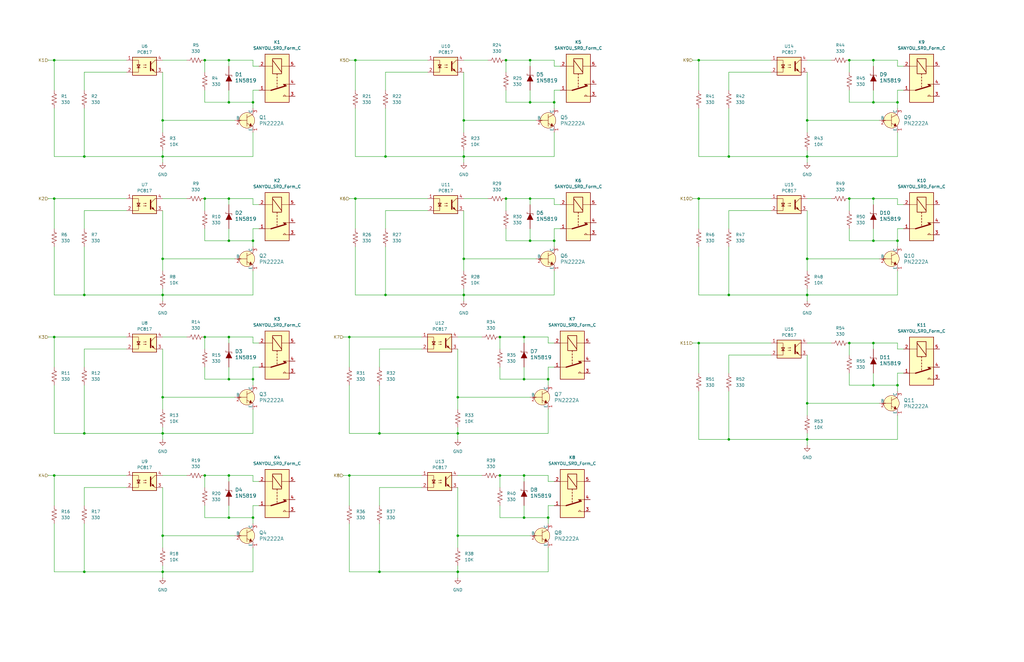
<source format=kicad_sch>
(kicad_sch (version 20231120) (generator "eeschema") (generator_version "8.0")
  (paper "B")
  (title_block (title "BATER-IA") (date "2024-11-03") (rev "001") (company "CETI") (comment 1 "Proyecto de titulacion") (comment 2 "Diseño Electronico y Sistemas Inteligentes"))
  (junction (at 96.52 218.44))
  (junction (at 149.86 83.82))
  (junction (at 195.58 66.04))
  (junction (at 86.36 83.82))
  (junction (at 340.36 66.04))
  (junction (at 368.3 144.78))
  (junction (at 233.68 101.6))
  (junction (at 307.34 66.04))
  (junction (at 223.52 43.18))
  (junction (at 340.36 185.42))
  (junction (at 358.14 25.4))
  (junction (at 195.58 124.46))
  (junction (at 220.98 200.66))
  (junction (at 231.14 218.44))
  (junction (at 22.86 142.24))
  (junction (at 162.56 66.04))
  (junction (at 294.64 25.4))
  (junction (at 193.04 241.3))
  (junction (at 160.02 182.88))
  (junction (at 106.68 160.02))
  (junction (at 368.3 25.4))
  (junction (at 68.58 167.64))
  (junction (at 147.32 142.24))
  (junction (at 96.52 25.4))
  (junction (at 223.52 25.4))
  (junction (at 358.14 144.78))
  (junction (at 220.98 218.44))
  (junction (at 223.52 83.82))
  (junction (at 368.3 83.82))
  (junction (at 210.82 142.24))
  (junction (at 96.52 101.6))
  (junction (at 35.56 124.46))
  (junction (at 294.64 144.78))
  (junction (at 368.3 43.18))
  (junction (at 35.56 66.04))
  (junction (at 223.52 101.6))
  (junction (at 307.34 185.42))
  (junction (at 193.04 167.64))
  (junction (at 378.46 43.18))
  (junction (at 340.36 124.46))
  (junction (at 162.56 124.46))
  (junction (at 106.68 101.6))
  (junction (at 96.52 43.18))
  (junction (at 193.04 226.06))
  (junction (at 86.36 200.66))
  (junction (at 86.36 142.24))
  (junction (at 149.86 25.4))
  (junction (at 368.3 101.6))
  (junction (at 294.64 83.82))
  (junction (at 22.86 200.66))
  (junction (at 106.68 218.44))
  (junction (at 96.52 160.02))
  (junction (at 233.68 43.18))
  (junction (at 147.32 200.66))
  (junction (at 22.86 25.4))
  (junction (at 340.36 50.8))
  (junction (at 378.46 101.6))
  (junction (at 68.58 241.3))
  (junction (at 307.34 124.46))
  (junction (at 195.58 50.8))
  (junction (at 193.04 182.88))
  (junction (at 378.46 162.56))
  (junction (at 195.58 109.22))
  (junction (at 96.52 200.66))
  (junction (at 96.52 83.82))
  (junction (at 68.58 50.8))
  (junction (at 340.36 170.18))
  (junction (at 68.58 109.22))
  (junction (at 368.3 162.56))
  (junction (at 213.36 25.4))
  (junction (at 86.36 25.4))
  (junction (at 35.56 241.3))
  (junction (at 210.82 200.66))
  (junction (at 358.14 83.82))
  (junction (at 106.68 43.18))
  (junction (at 68.58 124.46))
  (junction (at 340.36 109.22))
  (junction (at 213.36 83.82))
  (junction (at 220.98 160.02))
  (junction (at 68.58 66.04))
  (junction (at 160.02 241.3))
  (junction (at 231.14 160.02))
  (junction (at 68.58 182.88))
  (junction (at 220.98 142.24))
  (junction (at 96.52 142.24))
  (junction (at 68.58 226.06))
  (junction (at 35.56 182.88))
  (junction (at 22.86 83.82))
  (wire (pts (xy 22.86 200.66) (xy 22.86 213.36)))
  (wire (pts (xy 195.58 68.58) (xy 195.58 66.04)))
  (wire (pts (xy 220.98 200.66) (xy 210.82 200.66)))
  (wire (pts (xy 68.58 180.34) (xy 68.58 182.88)))
  (wire (pts (xy 220.98 160.02) (xy 231.14 160.02)))
  (wire (pts (xy 149.86 104.14) (xy 149.86 124.46)))
  (wire (pts (xy 68.58 68.58) (xy 68.58 66.04)))
  (wire (pts (xy 68.58 109.22) (xy 68.58 114.3)))
  (wire (pts (xy 378.46 27.94) (xy 378.46 25.4)))
  (wire (pts (xy 22.86 241.3) (xy 35.56 241.3)))
  (wire (pts (xy 340.36 68.58) (xy 340.36 66.04)))
  (wire (pts (xy 233.68 43.18) (xy 233.68 45.72)))
  (wire (pts (xy 35.56 182.88) (xy 68.58 182.88)))
  (wire (pts (xy 340.36 50.8) (xy 370.84 50.8)))
  (wire (pts (xy 149.86 124.46) (xy 162.56 124.46)))
  (wire (pts (xy 193.04 167.64) (xy 193.04 147.32)))
  (wire (pts (xy 378.46 157.48) (xy 381 157.48)))
  (wire (pts (xy 307.34 30.48) (xy 325.12 30.48)))
  (wire (pts (xy 233.68 66.04) (xy 195.58 66.04)))
  (wire (pts (xy 68.58 83.82) (xy 78.74 83.82)))
  (wire (pts (xy 381 147.32) (xy 378.46 147.32)))
  (wire (pts (xy 294.64 124.46) (xy 307.34 124.46)))
  (wire (pts (xy 213.36 38.1) (xy 213.36 43.18)))
  (wire (pts (xy 86.36 25.4) (xy 86.36 30.48)))
  (wire (pts (xy 368.3 101.6) (xy 378.46 101.6)))
  (wire (pts (xy 195.58 109.22) (xy 226.06 109.22)))
  (wire (pts (xy 106.68 154.94) (xy 106.68 160.02)))
  (wire (pts (xy 96.52 38.1) (xy 96.52 43.18)))
  (wire (pts (xy 22.86 220.98) (xy 22.86 241.3)))
  (wire (pts (xy 340.36 170.18) (xy 340.36 149.86)))
  (wire (pts (xy 86.36 218.44) (xy 96.52 218.44)))
  (wire (pts (xy 233.68 203.2) (xy 231.14 203.2)))
  (wire (pts (xy 193.04 226.06) (xy 193.04 231.14)))
  (wire (pts (xy 378.46 147.32) (xy 378.46 144.78)))
  (wire (pts (xy 35.56 66.04) (xy 68.58 66.04)))
  (wire (pts (xy 86.36 96.52) (xy 86.36 101.6)))
  (wire (pts (xy 223.52 43.18) (xy 233.68 43.18)))
  (wire (pts (xy 231.14 213.36) (xy 233.68 213.36)))
  (wire (pts (xy 162.56 30.48) (xy 162.56 38.1)))
  (wire (pts (xy 68.58 50.8) (xy 68.58 55.88)))
  (wire (pts (xy 307.34 66.04) (xy 340.36 66.04)))
  (wire (pts (xy 106.68 172.72) (xy 106.68 182.88)))
  (wire (pts (xy 233.68 38.1) (xy 236.22 38.1)))
  (wire (pts (xy 223.52 25.4) (xy 223.52 27.94)))
  (wire (pts (xy 378.46 43.18) (xy 378.46 45.72)))
  (wire (pts (xy 223.52 38.1) (xy 223.52 43.18)))
  (wire (pts (xy 340.36 127) (xy 340.36 124.46)))
  (wire (pts (xy 96.52 96.52) (xy 96.52 101.6)))
  (wire (pts (xy 340.36 50.8) (xy 340.36 30.48)))
  (wire (pts (xy 106.68 66.04) (xy 68.58 66.04)))
  (wire (pts (xy 368.3 43.18) (xy 378.46 43.18)))
  (wire (pts (xy 35.56 30.48) (xy 35.56 38.1)))
  (wire (pts (xy 368.3 38.1) (xy 368.3 43.18)))
  (wire (pts (xy 294.64 144.78) (xy 294.64 157.48)))
  (wire (pts (xy 381 27.94) (xy 378.46 27.94)))
  (wire (pts (xy 325.12 144.78) (xy 294.64 144.78)))
  (wire (pts (xy 195.58 127) (xy 195.58 124.46)))
  (wire (pts (xy 340.36 170.18) (xy 370.84 170.18)))
  (wire (pts (xy 294.64 104.14) (xy 294.64 124.46)))
  (wire (pts (xy 96.52 25.4) (xy 86.36 25.4)))
  (wire (pts (xy 340.36 170.18) (xy 340.36 175.26)))
  (wire (pts (xy 22.86 45.72) (xy 22.86 66.04)))
  (wire (pts (xy 223.52 101.6) (xy 233.68 101.6)))
  (wire (pts (xy 195.58 83.82) (xy 205.74 83.82)))
  (wire (pts (xy 220.98 142.24) (xy 210.82 142.24)))
  (wire (pts (xy 162.56 66.04) (xy 195.58 66.04)))
  (wire (pts (xy 340.36 83.82) (xy 350.52 83.82)))
  (wire (pts (xy 86.36 43.18) (xy 96.52 43.18)))
  (wire (pts (xy 96.52 101.6) (xy 106.68 101.6)))
  (wire (pts (xy 294.64 185.42) (xy 307.34 185.42)))
  (wire (pts (xy 106.68 25.4) (xy 96.52 25.4)))
  (wire (pts (xy 223.52 96.52) (xy 223.52 101.6)))
  (wire (pts (xy 35.56 124.46) (xy 68.58 124.46)))
  (wire (pts (xy 68.58 226.06) (xy 68.58 231.14)))
  (wire (pts (xy 378.46 144.78) (xy 368.3 144.78)))
  (wire (pts (xy 22.86 182.88) (xy 35.56 182.88)))
  (wire (pts (xy 96.52 83.82) (xy 86.36 83.82)))
  (wire (pts (xy 193.04 200.66) (xy 203.2 200.66)))
  (wire (pts (xy 106.68 43.18) (xy 106.68 45.72)))
  (wire (pts (xy 106.68 142.24) (xy 96.52 142.24)))
  (wire (pts (xy 294.64 165.1) (xy 294.64 185.42)))
  (wire (pts (xy 149.86 25.4) (xy 149.86 38.1)))
  (wire (pts (xy 378.46 25.4) (xy 368.3 25.4)))
  (wire (pts (xy 147.32 200.66) (xy 147.32 213.36)))
  (wire (pts (xy 106.68 27.94) (xy 106.68 25.4)))
  (wire (pts (xy 53.34 142.24) (xy 22.86 142.24)))
  (wire (pts (xy 106.68 231.14) (xy 106.68 241.3)))
  (wire (pts (xy 223.52 25.4) (xy 213.36 25.4)))
  (wire (pts (xy 233.68 124.46) (xy 195.58 124.46)))
  (wire (pts (xy 106.68 160.02) (xy 106.68 162.56)))
  (wire (pts (xy 340.36 121.92) (xy 340.36 124.46)))
  (wire (pts (xy 233.68 96.52) (xy 233.68 101.6)))
  (wire (pts (xy 86.36 101.6) (xy 96.52 101.6)))
  (wire (pts (xy 236.22 86.36) (xy 233.68 86.36)))
  (wire (pts (xy 68.58 127) (xy 68.58 124.46)))
  (wire (pts (xy 109.22 144.78) (xy 106.68 144.78)))
  (wire (pts (xy 358.14 96.52) (xy 358.14 101.6)))
  (wire (pts (xy 106.68 38.1) (xy 109.22 38.1)))
  (wire (pts (xy 231.14 231.14) (xy 231.14 241.3)))
  (wire (pts (xy 22.86 83.82) (xy 22.86 96.52)))
  (wire (pts (xy 106.68 218.44) (xy 106.68 220.98)))
  (wire (pts (xy 35.56 205.74) (xy 53.34 205.74)))
  (wire (pts (xy 358.14 101.6) (xy 368.3 101.6)))
  (wire (pts (xy 231.14 144.78) (xy 231.14 142.24)))
  (wire (pts (xy 223.52 83.82) (xy 213.36 83.82)))
  (wire (pts (xy 106.68 114.3) (xy 106.68 124.46)))
  (wire (pts (xy 162.56 88.9) (xy 162.56 96.52)))
  (wire (pts (xy 294.64 66.04) (xy 307.34 66.04)))
  (wire (pts (xy 35.56 104.14) (xy 35.56 124.46)))
  (wire (pts (xy 106.68 96.52) (xy 106.68 101.6)))
  (wire (pts (xy 193.04 167.64) (xy 223.52 167.64)))
  (wire (pts (xy 378.46 66.04) (xy 340.36 66.04)))
  (wire (pts (xy 307.34 104.14) (xy 307.34 124.46)))
  (wire (pts (xy 220.98 154.94) (xy 220.98 160.02)))
  (wire (pts (xy 162.56 104.14) (xy 162.56 124.46)))
  (wire (pts (xy 213.36 101.6) (xy 223.52 101.6)))
  (wire (pts (xy 106.68 203.2) (xy 106.68 200.66)))
  (wire (pts (xy 96.52 25.4) (xy 96.52 27.94)))
  (wire (pts (xy 35.56 220.98) (xy 35.56 241.3)))
  (wire (pts (xy 233.68 55.88) (xy 233.68 66.04)))
  (wire (pts (xy 294.64 83.82) (xy 294.64 96.52)))
  (wire (pts (xy 195.58 50.8) (xy 195.58 55.88)))
  (wire (pts (xy 358.14 25.4) (xy 358.14 30.48)))
  (wire (pts (xy 68.58 167.64) (xy 99.06 167.64)))
  (wire (pts (xy 106.68 101.6) (xy 106.68 104.14)))
  (wire (pts (xy 358.14 83.82) (xy 358.14 88.9)))
  (wire (pts (xy 340.36 144.78) (xy 350.52 144.78)))
  (wire (pts (xy 96.52 43.18) (xy 106.68 43.18)))
  (wire (pts (xy 213.36 96.52) (xy 213.36 101.6)))
  (wire (pts (xy 106.68 182.88) (xy 68.58 182.88)))
  (wire (pts (xy 292.1 25.4) (xy 294.64 25.4)))
  (wire (pts (xy 231.14 241.3) (xy 193.04 241.3)))
  (wire (pts (xy 68.58 109.22) (xy 68.58 88.9)))
  (wire (pts (xy 22.86 66.04) (xy 35.56 66.04)))
  (wire (pts (xy 86.36 38.1) (xy 86.36 43.18)))
  (wire (pts (xy 109.22 86.36) (xy 106.68 86.36)))
  (wire (pts (xy 68.58 167.64) (xy 68.58 147.32)))
  (wire (pts (xy 307.34 88.9) (xy 325.12 88.9)))
  (wire (pts (xy 162.56 124.46) (xy 195.58 124.46)))
  (wire (pts (xy 292.1 144.78) (xy 294.64 144.78)))
  (wire (pts (xy 106.68 83.82) (xy 96.52 83.82)))
  (wire (pts (xy 35.56 147.32) (xy 35.56 154.94)))
  (wire (pts (xy 231.14 203.2) (xy 231.14 200.66)))
  (wire (pts (xy 220.98 200.66) (xy 220.98 203.2)))
  (wire (pts (xy 22.86 124.46) (xy 35.56 124.46)))
  (wire (pts (xy 368.3 162.56) (xy 378.46 162.56)))
  (wire (pts (xy 96.52 213.36) (xy 96.52 218.44)))
  (wire (pts (xy 378.46 101.6) (xy 378.46 104.14)))
  (wire (pts (xy 340.36 182.88) (xy 340.36 185.42)))
  (wire (pts (xy 68.58 50.8) (xy 68.58 30.48)))
  (wire (pts (xy 96.52 200.66) (xy 86.36 200.66)))
  (wire (pts (xy 68.58 200.66) (xy 78.74 200.66)))
  (wire (pts (xy 160.02 220.98) (xy 160.02 241.3)))
  (wire (pts (xy 378.46 55.88) (xy 378.46 66.04)))
  (wire (pts (xy 96.52 142.24) (xy 96.52 144.78)))
  (wire (pts (xy 358.14 38.1) (xy 358.14 43.18)))
  (wire (pts (xy 193.04 142.24) (xy 203.2 142.24)))
  (wire (pts (xy 378.46 96.52) (xy 381 96.52)))
  (wire (pts (xy 195.58 25.4) (xy 205.74 25.4)))
  (wire (pts (xy 147.32 25.4) (xy 149.86 25.4)))
  (wire (pts (xy 220.98 213.36) (xy 220.98 218.44)))
  (wire (pts (xy 195.58 63.5) (xy 195.58 66.04)))
  (wire (pts (xy 220.98 142.24) (xy 220.98 144.78)))
  (wire (pts (xy 368.3 144.78) (xy 358.14 144.78)))
  (wire (pts (xy 307.34 149.86) (xy 325.12 149.86)))
  (wire (pts (xy 358.14 144.78) (xy 358.14 149.86)))
  (wire (pts (xy 96.52 200.66) (xy 96.52 203.2)))
  (wire (pts (xy 193.04 226.06) (xy 223.52 226.06)))
  (wire (pts (xy 147.32 83.82) (xy 149.86 83.82)))
  (wire (pts (xy 144.78 200.66) (xy 147.32 200.66)))
  (wire (pts (xy 233.68 114.3) (xy 233.68 124.46)))
  (wire (pts (xy 68.58 243.84) (xy 68.58 241.3)))
  (wire (pts (xy 358.14 162.56) (xy 368.3 162.56)))
  (wire (pts (xy 86.36 213.36) (xy 86.36 218.44)))
  (wire (pts (xy 106.68 241.3) (xy 68.58 241.3)))
  (wire (pts (xy 86.36 200.66) (xy 86.36 205.74)))
  (wire (pts (xy 368.3 25.4) (xy 368.3 27.94)))
  (wire (pts (xy 340.36 63.5) (xy 340.36 66.04)))
  (wire (pts (xy 147.32 162.56) (xy 147.32 182.88)))
  (wire (pts (xy 368.3 144.78) (xy 368.3 147.32)))
  (wire (pts (xy 160.02 205.74) (xy 177.8 205.74)))
  (wire (pts (xy 368.3 96.52) (xy 368.3 101.6)))
  (wire (pts (xy 231.14 160.02) (xy 231.14 162.56)))
  (wire (pts (xy 35.56 88.9) (xy 35.56 96.52)))
  (wire (pts (xy 195.58 121.92) (xy 195.58 124.46)))
  (wire (pts (xy 20.32 200.66) (xy 22.86 200.66)))
  (wire (pts (xy 160.02 241.3) (xy 193.04 241.3)))
  (wire (pts (xy 68.58 226.06) (xy 68.58 205.74)))
  (wire (pts (xy 35.56 162.56) (xy 35.56 182.88)))
  (wire (pts (xy 86.36 154.94) (xy 86.36 160.02)))
  (wire (pts (xy 144.78 142.24) (xy 147.32 142.24)))
  (wire (pts (xy 213.36 43.18) (xy 223.52 43.18)))
  (wire (pts (xy 106.68 213.36) (xy 109.22 213.36)))
  (wire (pts (xy 378.46 114.3) (xy 378.46 124.46)))
  (wire (pts (xy 106.68 144.78) (xy 106.68 142.24)))
  (wire (pts (xy 368.3 83.82) (xy 358.14 83.82)))
  (wire (pts (xy 233.68 83.82) (xy 223.52 83.82)))
  (wire (pts (xy 180.34 83.82) (xy 149.86 83.82)))
  (wire (pts (xy 233.68 27.94) (xy 233.68 25.4)))
  (wire (pts (xy 195.58 50.8) (xy 195.58 30.48)))
  (wire (pts (xy 210.82 154.94) (xy 210.82 160.02)))
  (wire (pts (xy 378.46 157.48) (xy 378.46 162.56)))
  (wire (pts (xy 193.04 243.84) (xy 193.04 241.3)))
  (wire (pts (xy 147.32 220.98) (xy 147.32 241.3)))
  (wire (pts (xy 307.34 185.42) (xy 340.36 185.42)))
  (wire (pts (xy 294.64 45.72) (xy 294.64 66.04)))
  (wire (pts (xy 195.58 109.22) (xy 195.58 114.3)))
  (wire (pts (xy 307.34 45.72) (xy 307.34 66.04)))
  (wire (pts (xy 231.14 154.94) (xy 231.14 160.02)))
  (wire (pts (xy 292.1 83.82) (xy 294.64 83.82)))
  (wire (pts (xy 22.86 162.56) (xy 22.86 182.88)))
  (wire (pts (xy 307.34 165.1) (xy 307.34 185.42)))
  (wire (pts (xy 233.68 86.36) (xy 233.68 83.82)))
  (wire (pts (xy 96.52 83.82) (xy 96.52 86.36)))
  (wire (pts (xy 358.14 43.18) (xy 368.3 43.18)))
  (wire (pts (xy 106.68 200.66) (xy 96.52 200.66)))
  (wire (pts (xy 340.36 109.22) (xy 340.36 114.3)))
  (wire (pts (xy 231.14 172.72) (xy 231.14 182.88)))
  (wire (pts (xy 233.68 38.1) (xy 233.68 43.18)))
  (wire (pts (xy 368.3 25.4) (xy 358.14 25.4)))
  (wire (pts (xy 213.36 83.82) (xy 213.36 88.9)))
  (wire (pts (xy 195.58 109.22) (xy 195.58 88.9)))
  (wire (pts (xy 68.58 25.4) (xy 78.74 25.4)))
  (wire (pts (xy 193.04 238.76) (xy 193.04 241.3)))
  (wire (pts (xy 106.68 86.36) (xy 106.68 83.82)))
  (wire (pts (xy 53.34 25.4) (xy 22.86 25.4)))
  (wire (pts (xy 147.32 182.88) (xy 160.02 182.88)))
  (wire (pts (xy 220.98 218.44) (xy 231.14 218.44)))
  (wire (pts (xy 149.86 66.04) (xy 162.56 66.04)))
  (wire (pts (xy 20.32 142.24) (xy 22.86 142.24)))
  (wire (pts (xy 231.14 213.36) (xy 231.14 218.44)))
  (wire (pts (xy 68.58 142.24) (xy 78.74 142.24)))
  (wire (pts (xy 149.86 45.72) (xy 149.86 66.04)))
  (wire (pts (xy 68.58 238.76) (xy 68.58 241.3)))
  (wire (pts (xy 68.58 50.8) (xy 99.06 50.8)))
  (wire (pts (xy 106.68 213.36) (xy 106.68 218.44)))
  (wire (pts (xy 193.04 167.64) (xy 193.04 172.72)))
  (wire (pts (xy 177.8 142.24) (xy 147.32 142.24)))
  (wire (pts (xy 325.12 25.4) (xy 294.64 25.4)))
  (wire (pts (xy 236.22 27.94) (xy 233.68 27.94)))
  (wire (pts (xy 96.52 218.44) (xy 106.68 218.44)))
  (wire (pts (xy 378.46 175.26) (xy 378.46 185.42)))
  (wire (pts (xy 20.32 83.82) (xy 22.86 83.82)))
  (wire (pts (xy 68.58 185.42) (xy 68.58 182.88)))
  (wire (pts (xy 149.86 83.82) (xy 149.86 96.52)))
  (wire (pts (xy 22.86 25.4) (xy 22.86 38.1)))
  (wire (pts (xy 68.58 63.5) (xy 68.58 66.04)))
  (wire (pts (xy 35.56 88.9) (xy 53.34 88.9)))
  (wire (pts (xy 307.34 149.86) (xy 307.34 157.48)))
  (wire (pts (xy 35.56 241.3) (xy 68.58 241.3)))
  (wire (pts (xy 231.14 154.94) (xy 233.68 154.94)))
  (wire (pts (xy 378.46 185.42) (xy 340.36 185.42)))
  (wire (pts (xy 35.56 45.72) (xy 35.56 66.04)))
  (wire (pts (xy 180.34 25.4) (xy 149.86 25.4)))
  (wire (pts (xy 22.86 104.14) (xy 22.86 124.46)))
  (wire (pts (xy 162.56 88.9) (xy 180.34 88.9)))
  (wire (pts (xy 195.58 50.8) (xy 226.06 50.8)))
  (wire (pts (xy 210.82 142.24) (xy 210.82 147.32)))
  (wire (pts (xy 106.68 96.52) (xy 109.22 96.52)))
  (wire (pts (xy 340.36 25.4) (xy 350.52 25.4)))
  (wire (pts (xy 368.3 157.48) (xy 368.3 162.56)))
  (wire (pts (xy 378.46 38.1) (xy 381 38.1)))
  (wire (pts (xy 160.02 205.74) (xy 160.02 213.36)))
  (wire (pts (xy 378.46 96.52) (xy 378.46 101.6)))
  (wire (pts (xy 378.46 83.82) (xy 368.3 83.82)))
  (wire (pts (xy 53.34 83.82) (xy 22.86 83.82)))
  (wire (pts (xy 68.58 109.22) (xy 99.06 109.22)))
  (wire (pts (xy 106.68 55.88) (xy 106.68 66.04)))
  (wire (pts (xy 193.04 226.06) (xy 193.04 205.74)))
  (wire (pts (xy 340.36 109.22) (xy 370.84 109.22)))
  (wire (pts (xy 160.02 162.56) (xy 160.02 182.88)))
  (wire (pts (xy 340.36 109.22) (xy 340.36 88.9)))
  (wire (pts (xy 68.58 121.92) (xy 68.58 124.46)))
  (wire (pts (xy 193.04 185.42) (xy 193.04 182.88)))
  (wire (pts (xy 233.68 101.6) (xy 233.68 104.14)))
  (wire (pts (xy 160.02 147.32) (xy 177.8 147.32)))
  (wire (pts (xy 86.36 142.24) (xy 86.36 147.32)))
  (wire (pts (xy 294.64 25.4) (xy 294.64 38.1)))
  (wire (pts (xy 378.46 162.56) (xy 378.46 165.1)))
  (wire (pts (xy 35.56 205.74) (xy 35.56 213.36)))
  (wire (pts (xy 96.52 142.24) (xy 86.36 142.24)))
  (wire (pts (xy 231.14 182.88) (xy 193.04 182.88)))
  (wire (pts (xy 358.14 157.48) (xy 358.14 162.56)))
  (wire (pts (xy 68.58 167.64) (xy 68.58 172.72)))
  (wire (pts (xy 213.36 25.4) (xy 213.36 30.48)))
  (wire (pts (xy 381 86.36) (xy 378.46 86.36)))
  (wire (pts (xy 378.46 86.36) (xy 378.46 83.82)))
  (wire (pts (xy 109.22 27.94) (xy 106.68 27.94)))
  (wire (pts (xy 210.82 160.02) (xy 220.98 160.02)))
  (wire (pts (xy 223.52 83.82) (xy 223.52 86.36)))
  (wire (pts (xy 307.34 88.9) (xy 307.34 96.52)))
  (wire (pts (xy 193.04 180.34) (xy 193.04 182.88)))
  (wire (pts (xy 325.12 83.82) (xy 294.64 83.82)))
  (wire (pts (xy 233.68 25.4) (xy 223.52 25.4)))
  (wire (pts (xy 368.3 83.82) (xy 368.3 86.36)))
  (wire (pts (xy 147.32 142.24) (xy 147.32 154.94)))
  (wire (pts (xy 231.14 218.44) (xy 231.14 220.98)))
  (wire (pts (xy 162.56 45.72) (xy 162.56 66.04)))
  (wire (pts (xy 210.82 200.66) (xy 210.82 205.74)))
  (wire (pts (xy 177.8 200.66) (xy 147.32 200.66)))
  (wire (pts (xy 147.32 241.3) (xy 160.02 241.3)))
  (wire (pts (xy 53.34 200.66) (xy 22.86 200.66)))
  (wire (pts (xy 22.86 142.24) (xy 22.86 154.94)))
  (wire (pts (xy 378.46 38.1) (xy 378.46 43.18)))
  (wire (pts (xy 160.02 182.88) (xy 193.04 182.88)))
  (wire (pts (xy 35.56 30.48) (xy 53.34 30.48)))
  (wire (pts (xy 160.02 147.32) (xy 160.02 154.94)))
  (wire (pts (xy 106.68 124.46) (xy 68.58 124.46)))
  (wire (pts (xy 20.32 25.4) (xy 22.86 25.4)))
  (wire (pts (xy 68.58 226.06) (xy 99.06 226.06)))
  (wire (pts (xy 233.68 144.78) (xy 231.14 144.78)))
  (wire (pts (xy 210.82 213.36) (xy 210.82 218.44)))
  (wire (pts (xy 233.68 96.52) (xy 236.22 96.52)))
  (wire (pts (xy 106.68 38.1) (xy 106.68 43.18)))
  (wire (pts (xy 86.36 160.02) (xy 96.52 160.02)))
  (wire (pts (xy 340.36 50.8) (xy 340.36 55.88)))
  (wire (pts (xy 35.56 147.32) (xy 53.34 147.32)))
  (wire (pts (xy 96.52 154.94) (xy 96.52 160.02)))
  (wire (pts (xy 86.36 83.82) (xy 86.36 88.9)))
  (wire (pts (xy 378.46 124.46) (xy 340.36 124.46)))
  (wire (pts (xy 96.52 160.02) (xy 106.68 160.02)))
  (wire (pts (xy 210.82 218.44) (xy 220.98 218.44)))
  (wire (pts (xy 162.56 30.48) (xy 180.34 30.48)))
  (wire (pts (xy 307.34 124.46) (xy 340.36 124.46)))
  (wire (pts (xy 340.36 187.96) (xy 340.36 185.42)))
  (wire (pts (xy 307.34 30.48) (xy 307.34 38.1)))
  (wire (pts (xy 231.14 142.24) (xy 220.98 142.24)))
  (wire (pts (xy 106.68 154.94) (xy 109.22 154.94)))
  (wire (pts (xy 231.14 200.66) (xy 220.98 200.66)))
  (wire (pts (xy 109.22 203.2) (xy 106.68 203.2)))
  (hierarchical_label "K7" (shape input) (at 144.78 142.24 180))
  (hierarchical_label "K5" (shape input) (at 147.32 25.4 180))
  (hierarchical_label "K10" (shape input) (at 292.1 83.82 180))
  (hierarchical_label "K9" (shape input) (at 292.1 25.4 180))
  (hierarchical_label "K3" (shape input) (at 20.32 142.24 180))
  (hierarchical_label "K2" (shape input) (at 20.32 83.82 180))
  (hierarchical_label "K6" (shape input) (at 147.32 83.82 180))
  (hierarchical_label "K1" (shape input) (at 20.32 25.4 180))
  (hierarchical_label "K8" (shape input) (at 144.78 200.66 180))
  (hierarchical_label "K11" (shape input) (at 292.1 144.78 180))
  (hierarchical_label "K4" (shape input) (at 20.32 200.66 180))
  (symbol (lib_id "power:GND") (at 340.36 187.96 0) (unit 1)
    (property "Reference" "#PWR013" (effects (hide yes)))
    (property "Value" "GND" (at 340.36 193.04 0))
    (property "Description" "Power symbol creates a global label with name \"GND\" , ground" (effects (hide yes)))
  )
  (symbol (lib_id "Relay:SANYOU_SRD_Form_C") (at 116.84 91.44 270) (unit 1)
    (property "Reference" "K2" (at 116.84 76.2 90))
    (property "Value" "SANYOU_SRD_Form_C" (at 116.84 78.74 90))
    (property "Footprint" "Relay_THT:Relay_SPDT_SANYOU_SRD_Series_Form_C" (effects (hide yes)))
    (property "Datasheet" "http://www.sanyourelay.ca/public/products/pdf/SRD.pdf" (effects (hide yes)))
    (property "Description" "Sanyo SRD relay, Single Pole Miniature Power Relay," (effects (hide yes)))
  )
  (symbol (lib_id "dk_Diodes-Rectifiers-Single:1N5819") (at 96.52 33.02 90) (unit 1)
    (property "Reference" "D1" (at 99.06 31.4324 90) (effects (font (size 1.524 1.524)) (justify right)))
    (property "Value" "1N5819" (at 99.06 33.9724 90) (effects (font (size 1.524 1.524)) (justify right)))
    (property "Footprint" "digikey-footprints:DO-41" (effects (hide yes)))
    (property "Datasheet" "https://www.onsemi.com/pub/Collateral/1N5817-D.PDF" (effects (hide yes)))
    (property "Description" "DIODE SCHOTTKY 40V 1A DO41" (effects (hide yes)))
    (property "Digi-Key_PN" "1N5819FSCT-ND" (effects (hide yes)))
    (property "MPN" "1N5819" (effects (hide yes)))
    (property "Category" "Discrete Semiconductor Products" (effects (hide yes)))
    (property "Family" "Diodes - Rectifiers - Single" (effects (hide yes)))
    (property "DK_Datasheet_Link" "https://www.onsemi.com/pub/Collateral/1N5817-D.PDF" (effects (hide yes)))
    (property "DK_Detail_Page" "/product-detail/en/on-semiconductor/1N5819/1N5819FSCT-ND/965482" (effects (hide yes)))
    (property "Description_1" "DIODE SCHOTTKY 40V 1A DO41" (effects (hide yes)))
    (property "Manufacturer" "ON Semiconductor" (effects (hide yes)))
    (property "Status" "Active" (effects (hide yes)))
  )
  (symbol (lib_id "dk_Transistors-Bipolar-BJT-Single:PN2222A") (at 104.14 226.06 0) (unit 1)
    (property "Reference" "Q4" (at 109.22 224.7899 0) (effects (font (size 1.524 1.524)) (justify left)))
    (property "Value" "PN2222A" (at 109.22 227.3299 0) (effects (font (size 1.524 1.524)) (justify left)))
    (property "Footprint" "Package_TO_SOT_THT:TO-92_Inline" (effects (hide yes)))
    (property "Datasheet" "https://my.centralsemi.com/get_document.php?cmp=1&mergetype=pd&mergepath=pd&pdf_id=PN2221-2222A.PDF" (effects (hide yes)))
    (property "Description" "TRANS NPN 40V 0.8A TO-92" (effects (hide yes)))
    (property "Digi-Key_PN" "PN2222ACS-ND" (effects (hide yes)))
    (property "MPN" "PN2222A" (effects (hide yes)))
    (property "Category" "Discrete Semiconductor Products" (effects (hide yes)))
    (property "Family" "Transistors - Bipolar (BJT) - Single" (effects (hide yes)))
    (property "DK_Datasheet_Link" "https://my.centralsemi.com/get_document.php?cmp=1&mergetype=pd&mergepath=pd&pdf_id=PN2221-2222A.PDF" (effects (hide yes)))
    (property "DK_Detail_Page" "/product-detail/en/central-semiconductor-corp/PN2222A/PN2222ACS-ND/4806937" (effects (hide yes)))
    (property "Description_1" "TRANS NPN 40V 0.8A TO-92" (effects (hide yes)))
    (property "Manufacturer" "Central Semiconductor Corp" (effects (hide yes)))
    (property "Status" "Active" (effects (hide yes)))
  )
  (symbol (lib_id "Device:R_US") (at 209.55 25.4 90) (unit 1)
    (property "Reference" "R24" (at 209.55 19.05 90))
    (property "Value" "330" (at 209.55 21.59 90))
    (property "Footprint" "Resistor_THT:R_Axial_DIN0207_L6.3mm_D2.5mm_P7.62mm_Horizontal" (effects (hide yes)))
    (property "Description" "Resistor, US symbol" (effects (hide yes)))
  )
  (symbol (lib_id "power:GND") (at 193.04 185.42 0) (unit 1)
    (property "Reference" "#PWR09" (effects (hide yes)))
    (property "Value" "GND" (at 193.04 190.5 0))
    (property "Description" "Power symbol creates a global label with name \"GND\" , ground" (effects (hide yes)))
  )
  (symbol (lib_id "Isolator:PC817") (at 332.74 27.94 0) (unit 1)
    (property "Reference" "U14" (at 332.74 19.5 0))
    (property "Value" "PC817" (at 332.74 22.04 0))
    (property "Footprint" "Package_DIP:DIP-4_W7.62mm" (effects (hide yes)))
    (property "Datasheet" "http://www.soselectronic.cz/a_info/resource/d/pc817.pdf" (effects (hide yes)))
    (property "Description" "DC Optocoupler, Vce 35V, CTR 50-300%, DIP-4" (effects (hide yes)))
  )
  (symbol (lib_id "Isolator:PC817") (at 185.42 144.78 0) (unit 1)
    (property "Reference" "U12" (at 185.42 136.34 0))
    (property "Value" "PC817" (at 185.42 138.88 0))
    (property "Footprint" "Package_DIP:DIP-4_W7.62mm" (effects (hide yes)))
    (property "Datasheet" "http://www.soselectronic.cz/a_info/resource/d/pc817.pdf" (effects (hide yes)))
    (property "Description" "DC Optocoupler, Vce 35V, CTR 50-300%, DIP-4" (effects (hide yes)))
  )
  (symbol (lib_id "Device:R_US") (at 195.58 59.69 0) (unit 1)
    (property "Reference" "R23" (at 198.44 58.4199 0) (effects (justify left)))
    (property "Value" "10K" (at 198.44 60.9599 0) (effects (justify left)))
    (property "Footprint" "Resistor_THT:R_Axial_DIN0207_L6.3mm_D2.5mm_P7.62mm_Horizontal" (effects (hide yes)))
    (property "Description" "Resistor, US symbol" (effects (hide yes)))
  )
  (symbol (lib_id "Device:R_US") (at 22.86 41.91 0) (unit 1)
    (property "Reference" "R1" (at 25.72 40.6399 0) (effects (justify left)))
    (property "Value" "330" (at 25.72 43.1799 0) (effects (justify left)))
    (property "Footprint" "Resistor_THT:R_Axial_DIN0207_L6.3mm_D2.5mm_P7.62mm_Horizontal" (effects (hide yes)))
    (property "Description" "Resistor, US symbol" (effects (hide yes)))
  )
  (symbol (lib_id "Device:R_US") (at 86.36 92.71 0) (unit 1)
    (property "Reference" "R10" (at 89.22 91.4399 0) (effects (justify left)))
    (property "Value" "330" (at 89.22 93.9799 0) (effects (justify left)))
    (property "Footprint" "Resistor_THT:R_Axial_DIN0207_L6.3mm_D2.5mm_P7.62mm_Horizontal" (effects (hide yes)))
    (property "Description" "Resistor, US symbol" (effects (hide yes)))
  )
  (symbol (lib_id "Device:R_US") (at 35.56 217.17 0) (unit 1)
    (property "Reference" "R17" (at 38.42 215.8999 0) (effects (justify left)))
    (property "Value" "330" (at 38.42 218.4399 0) (effects (justify left)))
    (property "Footprint" "Resistor_THT:R_Axial_DIN0207_L6.3mm_D2.5mm_P7.62mm_Horizontal" (effects (hide yes)))
    (property "Description" "Resistor, US symbol" (effects (hide yes)))
  )
  (symbol (lib_id "dk_Transistors-Bipolar-BJT-Single:PN2222A") (at 375.92 50.8 0) (unit 1)
    (property "Reference" "Q9" (at 381 49.5299 0) (effects (font (size 1.524 1.524)) (justify left)))
    (property "Value" "PN2222A" (at 381 52.0699 0) (effects (font (size 1.524 1.524)) (justify left)))
    (property "Footprint" "Package_TO_SOT_THT:TO-92_Inline" (effects (hide yes)))
    (property "Datasheet" "https://my.centralsemi.com/get_document.php?cmp=1&mergetype=pd&mergepath=pd&pdf_id=PN2221-2222A.PDF" (effects (hide yes)))
    (property "Description" "TRANS NPN 40V 0.8A TO-92" (effects (hide yes)))
    (property "Digi-Key_PN" "PN2222ACS-ND" (effects (hide yes)))
    (property "MPN" "PN2222A" (effects (hide yes)))
    (property "Category" "Discrete Semiconductor Products" (effects (hide yes)))
    (property "Family" "Transistors - Bipolar (BJT) - Single" (effects (hide yes)))
    (property "DK_Datasheet_Link" "https://my.centralsemi.com/get_document.php?cmp=1&mergetype=pd&mergepath=pd&pdf_id=PN2221-2222A.PDF" (effects (hide yes)))
    (property "DK_Detail_Page" "/product-detail/en/central-semiconductor-corp/PN2222A/PN2222ACS-ND/4806937" (effects (hide yes)))
    (property "Description_1" "TRANS NPN 40V 0.8A TO-92" (effects (hide yes)))
    (property "Manufacturer" "Central Semiconductor Corp" (effects (hide yes)))
    (property "Status" "Active" (effects (hide yes)))
  )
  (symbol (lib_id "Device:R_US") (at 22.86 100.33 0) (unit 1)
    (property "Reference" "R6" (at 25.72 99.0599 0) (effects (justify left)))
    (property "Value" "330" (at 25.72 101.5999 0) (effects (justify left)))
    (property "Footprint" "Resistor_THT:R_Axial_DIN0207_L6.3mm_D2.5mm_P7.62mm_Horizontal" (effects (hide yes)))
    (property "Description" "Resistor, US symbol" (effects (hide yes)))
  )
  (symbol (lib_id "Isolator:PC817") (at 185.42 203.2 0) (unit 1)
    (property "Reference" "U13" (at 185.42 194.76 0))
    (property "Value" "PC817" (at 185.42 197.3 0))
    (property "Footprint" "Package_DIP:DIP-4_W7.62mm" (effects (hide yes)))
    (property "Datasheet" "http://www.soselectronic.cz/a_info/resource/d/pc817.pdf" (effects (hide yes)))
    (property "Description" "DC Optocoupler, Vce 35V, CTR 50-300%, DIP-4" (effects (hide yes)))
  )
  (symbol (lib_id "Device:R_US") (at 68.58 234.95 0) (unit 1)
    (property "Reference" "R18" (at 71.44 233.6799 0) (effects (justify left)))
    (property "Value" "10K" (at 71.44 236.2199 0) (effects (justify left)))
    (property "Footprint" "Resistor_THT:R_Axial_DIN0207_L6.3mm_D2.5mm_P7.62mm_Horizontal" (effects (hide yes)))
    (property "Description" "Resistor, US symbol" (effects (hide yes)))
  )
  (symbol (lib_id "Relay:SANYOU_SRD_Form_C") (at 388.62 91.44 270) (unit 1)
    (property "Reference" "K10" (at 388.62 76.2 90))
    (property "Value" "SANYOU_SRD_Form_C" (at 388.62 78.74 90))
    (property "Footprint" "Relay_THT:Relay_SPDT_SANYOU_SRD_Series_Form_C" (effects (hide yes)))
    (property "Datasheet" "http://www.sanyourelay.ca/public/products/pdf/SRD.pdf" (effects (hide yes)))
    (property "Description" "Sanyo SRD relay, Single Pole Miniature Power Relay," (effects (hide yes)))
  )
  (symbol (lib_id "Device:R_US") (at 294.64 100.33 0) (unit 1)
    (property "Reference" "R46" (at 297.5 99.0599 0) (effects (justify left)))
    (property "Value" "330" (at 297.5 101.5999 0) (effects (justify left)))
    (property "Footprint" "Resistor_THT:R_Axial_DIN0207_L6.3mm_D2.5mm_P7.62mm_Horizontal" (effects (hide yes)))
    (property "Description" "Resistor, US symbol" (effects (hide yes)))
  )
  (symbol (lib_id "Device:R_US") (at 35.56 158.75 0) (unit 1)
    (property "Reference" "R12" (at 38.42 157.4799 0) (effects (justify left)))
    (property "Value" "330" (at 38.42 160.0199 0) (effects (justify left)))
    (property "Footprint" "Resistor_THT:R_Axial_DIN0207_L6.3mm_D2.5mm_P7.62mm_Horizontal" (effects (hide yes)))
    (property "Description" "Resistor, US symbol" (effects (hide yes)))
  )
  (symbol (lib_id "Device:R_US") (at 82.55 142.24 90) (unit 1)
    (property "Reference" "R14" (at 82.55 135.89 90))
    (property "Value" "330" (at 82.55 138.43 90))
    (property "Footprint" "Resistor_THT:R_Axial_DIN0207_L6.3mm_D2.5mm_P7.62mm_Horizontal" (effects (hide yes)))
    (property "Description" "Resistor, US symbol" (effects (hide yes)))
  )
  (symbol (lib_id "Device:R_US") (at 307.34 41.91 0) (unit 1)
    (property "Reference" "R42" (at 310.2 40.6399 0) (effects (justify left)))
    (property "Value" "330" (at 310.2 43.1799 0) (effects (justify left)))
    (property "Footprint" "Resistor_THT:R_Axial_DIN0207_L6.3mm_D2.5mm_P7.62mm_Horizontal" (effects (hide yes)))
    (property "Description" "Resistor, US symbol" (effects (hide yes)))
  )
  (symbol (lib_id "Device:R_US") (at 22.86 217.17 0) (unit 1)
    (property "Reference" "R16" (at 25.72 215.8999 0) (effects (justify left)))
    (property "Value" "330" (at 25.72 218.4399 0) (effects (justify left)))
    (property "Footprint" "Resistor_THT:R_Axial_DIN0207_L6.3mm_D2.5mm_P7.62mm_Horizontal" (effects (hide yes)))
    (property "Description" "Resistor, US symbol" (effects (hide yes)))
  )
  (symbol (lib_id "Isolator:PC817") (at 60.96 86.36 0) (unit 1)
    (property "Reference" "U7" (at 60.96 77.92 0))
    (property "Value" "PC817" (at 60.96 80.46 0))
    (property "Footprint" "Package_DIP:DIP-4_W7.62mm" (effects (hide yes)))
    (property "Datasheet" "http://www.soselectronic.cz/a_info/resource/d/pc817.pdf" (effects (hide yes)))
    (property "Description" "DC Optocoupler, Vce 35V, CTR 50-300%, DIP-4" (effects (hide yes)))
  )
  (symbol (lib_id "Device:R_US") (at 354.33 144.78 90) (unit 1)
    (property "Reference" "R54" (at 354.33 138.43 90))
    (property "Value" "330" (at 354.33 140.97 90))
    (property "Footprint" "Resistor_THT:R_Axial_DIN0207_L6.3mm_D2.5mm_P7.62mm_Horizontal" (effects (hide yes)))
    (property "Description" "Resistor, US symbol" (effects (hide yes)))
  )
  (symbol (lib_id "Relay:SANYOU_SRD_Form_C") (at 241.3 208.28 270) (unit 1)
    (property "Reference" "K8" (at 241.3 193.04 90))
    (property "Value" "SANYOU_SRD_Form_C" (at 241.3 195.58 90))
    (property "Footprint" "Relay_THT:Relay_SPDT_SANYOU_SRD_Series_Form_C" (effects (hide yes)))
    (property "Datasheet" "http://www.sanyourelay.ca/public/products/pdf/SRD.pdf" (effects (hide yes)))
    (property "Description" "Sanyo SRD relay, Single Pole Miniature Power Relay," (effects (hide yes)))
  )
  (symbol (lib_id "Relay:SANYOU_SRD_Form_C") (at 243.84 91.44 270) (unit 1)
    (property "Reference" "K6" (at 243.84 76.2 90))
    (property "Value" "SANYOU_SRD_Form_C" (at 243.84 78.74 90))
    (property "Footprint" "Relay_THT:Relay_SPDT_SANYOU_SRD_Series_Form_C" (effects (hide yes)))
    (property "Datasheet" "http://www.sanyourelay.ca/public/products/pdf/SRD.pdf" (effects (hide yes)))
    (property "Description" "Sanyo SRD relay, Single Pole Miniature Power Relay," (effects (hide yes)))
  )
  (symbol (lib_id "Relay:SANYOU_SRD_Form_C") (at 388.62 33.02 270) (unit 1)
    (property "Reference" "K9" (at 388.62 17.78 90))
    (property "Value" "SANYOU_SRD_Form_C" (at 388.62 20.32 90))
    (property "Footprint" "Relay_THT:Relay_SPDT_SANYOU_SRD_Series_Form_C" (effects (hide yes)))
    (property "Datasheet" "http://www.sanyourelay.ca/public/products/pdf/SRD.pdf" (effects (hide yes)))
    (property "Description" "Sanyo SRD relay, Single Pole Miniature Power Relay," (effects (hide yes)))
  )
  (symbol (lib_id "power:GND") (at 68.58 185.42 0) (unit 1)
    (property "Reference" "#PWR05" (effects (hide yes)))
    (property "Value" "GND" (at 68.58 190.5 0))
    (property "Description" "Power symbol creates a global label with name \"GND\" , ground" (effects (hide yes)))
  )
  (symbol (lib_id "Device:R_US") (at 68.58 59.69 0) (unit 1)
    (property "Reference" "R3" (at 71.44 58.4199 0) (effects (justify left)))
    (property "Value" "10K" (at 71.44 60.9599 0) (effects (justify left)))
    (property "Footprint" "Resistor_THT:R_Axial_DIN0207_L6.3mm_D2.5mm_P7.62mm_Horizontal" (effects (hide yes)))
    (property "Description" "Resistor, US symbol" (effects (hide yes)))
  )
  (symbol (lib_id "Device:R_US") (at 149.86 41.91 0) (unit 1)
    (property "Reference" "R21" (at 152.72 40.6399 0) (effects (justify left)))
    (property "Value" "330" (at 152.72 43.1799 0) (effects (justify left)))
    (property "Footprint" "Resistor_THT:R_Axial_DIN0207_L6.3mm_D2.5mm_P7.62mm_Horizontal" (effects (hide yes)))
    (property "Description" "Resistor, US symbol" (effects (hide yes)))
  )
  (symbol (lib_id "Relay:SANYOU_SRD_Form_C") (at 116.84 149.86 270) (unit 1)
    (property "Reference" "K3" (at 116.84 134.62 90))
    (property "Value" "SANYOU_SRD_Form_C" (at 116.84 137.16 90))
    (property "Footprint" "Relay_THT:Relay_SPDT_SANYOU_SRD_Series_Form_C" (effects (hide yes)))
    (property "Datasheet" "http://www.sanyourelay.ca/public/products/pdf/SRD.pdf" (effects (hide yes)))
    (property "Description" "Sanyo SRD relay, Single Pole Miniature Power Relay," (effects (hide yes)))
  )
  (symbol (lib_id "Device:R_US") (at 86.36 34.29 0) (unit 1)
    (property "Reference" "R4" (at 89.22 33.0199 0) (effects (justify left)))
    (property "Value" "330" (at 89.22 35.5599 0) (effects (justify left)))
    (property "Footprint" "Resistor_THT:R_Axial_DIN0207_L6.3mm_D2.5mm_P7.62mm_Horizontal" (effects (hide yes)))
    (property "Description" "Resistor, US symbol" (effects (hide yes)))
  )
  (symbol (lib_id "Device:R_US") (at 86.36 209.55 0) (unit 1)
    (property "Reference" "R20" (at 89.22 208.2799 0) (effects (justify left)))
    (property "Value" "330" (at 89.22 210.8199 0) (effects (justify left)))
    (property "Footprint" "Resistor_THT:R_Axial_DIN0207_L6.3mm_D2.5mm_P7.62mm_Horizontal" (effects (hide yes)))
    (property "Description" "Resistor, US symbol" (effects (hide yes)))
  )
  (symbol (lib_id "dk_Diodes-Rectifiers-Single:1N5819") (at 96.52 208.28 90) (unit 1)
    (property "Reference" "D4" (at 99.06 206.6924 90) (effects (font (size 1.524 1.524)) (justify right)))
    (property "Value" "1N5819" (at 99.06 209.2324 90) (effects (font (size 1.524 1.524)) (justify right)))
    (property "Footprint" "digikey-footprints:DO-41" (effects (hide yes)))
    (property "Datasheet" "https://www.onsemi.com/pub/Collateral/1N5817-D.PDF" (effects (hide yes)))
    (property "Description" "DIODE SCHOTTKY 40V 1A DO41" (effects (hide yes)))
    (property "Digi-Key_PN" "1N5819FSCT-ND" (effects (hide yes)))
    (property "MPN" "1N5819" (effects (hide yes)))
    (property "Category" "Discrete Semiconductor Products" (effects (hide yes)))
    (property "Family" "Diodes - Rectifiers - Single" (effects (hide yes)))
    (property "DK_Datasheet_Link" "https://www.onsemi.com/pub/Collateral/1N5817-D.PDF" (effects (hide yes)))
    (property "DK_Detail_Page" "/product-detail/en/on-semiconductor/1N5819/1N5819FSCT-ND/965482" (effects (hide yes)))
    (property "Description_1" "DIODE SCHOTTKY 40V 1A DO41" (effects (hide yes)))
    (property "Manufacturer" "ON Semiconductor" (effects (hide yes)))
    (property "Status" "Active" (effects (hide yes)))
  )
  (symbol (lib_id "Device:R_US") (at 340.36 118.11 0) (unit 1)
    (property "Reference" "R48" (at 343.22 116.8399 0) (effects (justify left)))
    (property "Value" "10K" (at 343.22 119.3799 0) (effects (justify left)))
    (property "Footprint" "Resistor_THT:R_Axial_DIN0207_L6.3mm_D2.5mm_P7.62mm_Horizontal" (effects (hide yes)))
    (property "Description" "Resistor, US symbol" (effects (hide yes)))
  )
  (symbol (lib_id "Device:R_US") (at 358.14 153.67 0) (unit 1)
    (property "Reference" "R55" (at 361 152.3999 0) (effects (justify left)))
    (property "Value" "330" (at 361 154.9399 0) (effects (justify left)))
    (property "Footprint" "Resistor_THT:R_Axial_DIN0207_L6.3mm_D2.5mm_P7.62mm_Horizontal" (effects (hide yes)))
    (property "Description" "Resistor, US symbol" (effects (hide yes)))
  )
  (symbol (lib_id "power:GND") (at 68.58 68.58 0) (unit 1)
    (property "Reference" "#PWR03" (effects (hide yes)))
    (property "Value" "GND" (at 68.58 73.66 0))
    (property "Description" "Power symbol creates a global label with name \"GND\" , ground" (effects (hide yes)))
  )
  (symbol (lib_id "Device:R_US") (at 354.33 25.4 90) (unit 1)
    (property "Reference" "R44" (at 354.33 19.05 90))
    (property "Value" "330" (at 354.33 21.59 90))
    (property "Footprint" "Resistor_THT:R_Axial_DIN0207_L6.3mm_D2.5mm_P7.62mm_Horizontal" (effects (hide yes)))
    (property "Description" "Resistor, US symbol" (effects (hide yes)))
  )
  (symbol (lib_id "dk_Transistors-Bipolar-BJT-Single:PN2222A") (at 375.92 109.22 0) (unit 1)
    (property "Reference" "Q10" (at 381 107.9499 0) (effects (font (size 1.524 1.524)) (justify left)))
    (property "Value" "PN2222A" (at 381 110.4899 0) (effects (font (size 1.524 1.524)) (justify left)))
    (property "Footprint" "Package_TO_SOT_THT:TO-92_Inline" (effects (hide yes)))
    (property "Datasheet" "https://my.centralsemi.com/get_document.php?cmp=1&mergetype=pd&mergepath=pd&pdf_id=PN2221-2222A.PDF" (effects (hide yes)))
    (property "Description" "TRANS NPN 40V 0.8A TO-92" (effects (hide yes)))
    (property "Digi-Key_PN" "PN2222ACS-ND" (effects (hide yes)))
    (property "MPN" "PN2222A" (effects (hide yes)))
    (property "Category" "Discrete Semiconductor Products" (effects (hide yes)))
    (property "Family" "Transistors - Bipolar (BJT) - Single" (effects (hide yes)))
    (property "DK_Datasheet_Link" "https://my.centralsemi.com/get_document.php?cmp=1&mergetype=pd&mergepath=pd&pdf_id=PN2221-2222A.PDF" (effects (hide yes)))
    (property "DK_Detail_Page" "/product-detail/en/central-semiconductor-corp/PN2222A/PN2222ACS-ND/4806937" (effects (hide yes)))
    (property "Description_1" "TRANS NPN 40V 0.8A TO-92" (effects (hide yes)))
    (property "Manufacturer" "Central Semiconductor Corp" (effects (hide yes)))
    (property "Status" "Active" (effects (hide yes)))
  )
  (symbol (lib_id "Device:R_US") (at 210.82 151.13 0) (unit 1)
    (property "Reference" "R35" (at 213.68 149.8599 0) (effects (justify left)))
    (property "Value" "330" (at 213.68 152.3999 0) (effects (justify left)))
    (property "Footprint" "Resistor_THT:R_Axial_DIN0207_L6.3mm_D2.5mm_P7.62mm_Horizontal" (effects (hide yes)))
    (property "Description" "Resistor, US symbol" (effects (hide yes)))
  )
  (symbol (lib_id "dk_Diodes-Rectifiers-Single:1N5819") (at 96.52 91.44 90) (unit 1)
    (property "Reference" "D2" (at 99.06 89.8524 90) (effects (font (size 1.524 1.524)) (justify right)))
    (property "Value" "1N5819" (at 99.06 92.3924 90) (effects (font (size 1.524 1.524)) (justify right)))
    (property "Footprint" "digikey-footprints:DO-41" (effects (hide yes)))
    (property "Datasheet" "https://www.onsemi.com/pub/Collateral/1N5817-D.PDF" (effects (hide yes)))
    (property "Description" "DIODE SCHOTTKY 40V 1A DO41" (effects (hide yes)))
    (property "Digi-Key_PN" "1N5819FSCT-ND" (effects (hide yes)))
    (property "MPN" "1N5819" (effects (hide yes)))
    (property "Category" "Discrete Semiconductor Products" (effects (hide yes)))
    (property "Family" "Diodes - Rectifiers - Single" (effects (hide yes)))
    (property "DK_Datasheet_Link" "https://www.onsemi.com/pub/Collateral/1N5817-D.PDF" (effects (hide yes)))
    (property "DK_Detail_Page" "/product-detail/en/on-semiconductor/1N5819/1N5819FSCT-ND/965482" (effects (hide yes)))
    (property "Description_1" "DIODE SCHOTTKY 40V 1A DO41" (effects (hide yes)))
    (property "Manufacturer" "ON Semiconductor" (effects (hide yes)))
    (property "Status" "Active" (effects (hide yes)))
  )
  (symbol (lib_id "dk_Diodes-Rectifiers-Single:1N5819") (at 96.52 149.86 90) (unit 1)
    (property "Reference" "D3" (at 99.06 148.2724 90) (effects (font (size 1.524 1.524)) (justify right)))
    (property "Value" "1N5819" (at 99.06 150.8124 90) (effects (font (size 1.524 1.524)) (justify right)))
    (property "Footprint" "digikey-footprints:DO-41" (effects (hide yes)))
    (property "Datasheet" "https://www.onsemi.com/pub/Collateral/1N5817-D.PDF" (effects (hide yes)))
    (property "Description" "DIODE SCHOTTKY 40V 1A DO41" (effects (hide yes)))
    (property "Digi-Key_PN" "1N5819FSCT-ND" (effects (hide yes)))
    (property "MPN" "1N5819" (effects (hide yes)))
    (property "Category" "Discrete Semiconductor Products" (effects (hide yes)))
    (property "Family" "Diodes - Rectifiers - Single" (effects (hide yes)))
    (property "DK_Datasheet_Link" "https://www.onsemi.com/pub/Collateral/1N5817-D.PDF" (effects (hide yes)))
    (property "DK_Detail_Page" "/product-detail/en/on-semiconductor/1N5819/1N5819FSCT-ND/965482" (effects (hide yes)))
    (property "Description_1" "DIODE SCHOTTKY 40V 1A DO41" (effects (hide yes)))
    (property "Manufacturer" "ON Semiconductor" (effects (hide yes)))
    (property "Status" "Active" (effects (hide yes)))
  )
  (symbol (lib_id "Device:R_US") (at 147.32 217.17 0) (unit 1)
    (property "Reference" "R36" (at 150.18 215.8999 0) (effects (justify left)))
    (property "Value" "330" (at 150.18 218.4399 0) (effects (justify left)))
    (property "Footprint" "Resistor_THT:R_Axial_DIN0207_L6.3mm_D2.5mm_P7.62mm_Horizontal" (effects (hide yes)))
    (property "Description" "Resistor, US symbol" (effects (hide yes)))
  )
  (symbol (lib_id "Isolator:PC817") (at 60.96 144.78 0) (unit 1)
    (property "Reference" "U8" (at 60.96 136.34 0))
    (property "Value" "PC817" (at 60.96 138.88 0))
    (property "Footprint" "Package_DIP:DIP-4_W7.62mm" (effects (hide yes)))
    (property "Datasheet" "http://www.soselectronic.cz/a_info/resource/d/pc817.pdf" (effects (hide yes)))
    (property "Description" "DC Optocoupler, Vce 35V, CTR 50-300%, DIP-4" (effects (hide yes)))
  )
  (symbol (lib_id "Device:R_US") (at 340.36 179.07 0) (unit 1)
    (property "Reference" "R53" (at 343.22 177.7999 0) (effects (justify left)))
    (property "Value" "10K" (at 343.22 180.3399 0) (effects (justify left)))
    (property "Footprint" "Resistor_THT:R_Axial_DIN0207_L6.3mm_D2.5mm_P7.62mm_Horizontal" (effects (hide yes)))
    (property "Description" "Resistor, US symbol" (effects (hide yes)))
  )
  (symbol (lib_id "Device:R_US") (at 162.56 41.91 0) (unit 1)
    (property "Reference" "R22" (at 165.42 40.6399 0) (effects (justify left)))
    (property "Value" "330" (at 165.42 43.1799 0) (effects (justify left)))
    (property "Footprint" "Resistor_THT:R_Axial_DIN0207_L6.3mm_D2.5mm_P7.62mm_Horizontal" (effects (hide yes)))
    (property "Description" "Resistor, US symbol" (effects (hide yes)))
  )
  (symbol (lib_id "dk_Transistors-Bipolar-BJT-Single:PN2222A") (at 104.14 109.22 0) (unit 1)
    (property "Reference" "Q2" (at 109.22 107.9499 0) (effects (font (size 1.524 1.524)) (justify left)))
    (property "Value" "PN2222A" (at 109.22 110.4899 0) (effects (font (size 1.524 1.524)) (justify left)))
    (property "Footprint" "Package_TO_SOT_THT:TO-92_Inline" (effects (hide yes)))
    (property "Datasheet" "https://my.centralsemi.com/get_document.php?cmp=1&mergetype=pd&mergepath=pd&pdf_id=PN2221-2222A.PDF" (effects (hide yes)))
    (property "Description" "TRANS NPN 40V 0.8A TO-92" (effects (hide yes)))
    (property "Digi-Key_PN" "PN2222ACS-ND" (effects (hide yes)))
    (property "MPN" "PN2222A" (effects (hide yes)))
    (property "Category" "Discrete Semiconductor Products" (effects (hide yes)))
    (property "Family" "Transistors - Bipolar (BJT) - Single" (effects (hide yes)))
    (property "DK_Datasheet_Link" "https://my.centralsemi.com/get_document.php?cmp=1&mergetype=pd&mergepath=pd&pdf_id=PN2221-2222A.PDF" (effects (hide yes)))
    (property "DK_Detail_Page" "/product-detail/en/central-semiconductor-corp/PN2222A/PN2222ACS-ND/4806937" (effects (hide yes)))
    (property "Description_1" "TRANS NPN 40V 0.8A TO-92" (effects (hide yes)))
    (property "Manufacturer" "Central Semiconductor Corp" (effects (hide yes)))
    (property "Status" "Active" (effects (hide yes)))
  )
  (symbol (lib_id "Device:R_US") (at 68.58 118.11 0) (unit 1)
    (property "Reference" "R8" (at 71.44 116.8399 0) (effects (justify left)))
    (property "Value" "10K" (at 71.44 119.3799 0) (effects (justify left)))
    (property "Footprint" "Resistor_THT:R_Axial_DIN0207_L6.3mm_D2.5mm_P7.62mm_Horizontal" (effects (hide yes)))
    (property "Description" "Resistor, US symbol" (effects (hide yes)))
  )
  (symbol (lib_id "power:GND") (at 340.36 68.58 0) (unit 1)
    (property "Reference" "#PWR011" (effects (hide yes)))
    (property "Value" "GND" (at 340.36 73.66 0))
    (property "Description" "Power symbol creates a global label with name \"GND\" , ground" (effects (hide yes)))
  )
  (symbol (lib_id "Device:R_US") (at 294.64 161.29 0) (unit 1)
    (property "Reference" "R51" (at 297.5 160.0199 0) (effects (justify left)))
    (property "Value" "330" (at 297.5 162.5599 0) (effects (justify left)))
    (property "Footprint" "Resistor_THT:R_Axial_DIN0207_L6.3mm_D2.5mm_P7.62mm_Horizontal" (effects (hide yes)))
    (property "Description" "Resistor, US symbol" (effects (hide yes)))
  )
  (symbol (lib_id "dk_Transistors-Bipolar-BJT-Single:PN2222A") (at 228.6 167.64 0) (unit 1)
    (property "Reference" "Q7" (at 233.68 166.3699 0) (effects (font (size 1.524 1.524)) (justify left)))
    (property "Value" "PN2222A" (at 233.68 168.9099 0) (effects (font (size 1.524 1.524)) (justify left)))
    (property "Footprint" "Package_TO_SOT_THT:TO-92_Inline" (effects (hide yes)))
    (property "Datasheet" "https://my.centralsemi.com/get_document.php?cmp=1&mergetype=pd&mergepath=pd&pdf_id=PN2221-2222A.PDF" (effects (hide yes)))
    (property "Description" "TRANS NPN 40V 0.8A TO-92" (effects (hide yes)))
    (property "Digi-Key_PN" "PN2222ACS-ND" (effects (hide yes)))
    (property "MPN" "PN2222A" (effects (hide yes)))
    (property "Category" "Discrete Semiconductor Products" (effects (hide yes)))
    (property "Family" "Transistors - Bipolar (BJT) - Single" (effects (hide yes)))
    (property "DK_Datasheet_Link" "https://my.centralsemi.com/get_document.php?cmp=1&mergetype=pd&mergepath=pd&pdf_id=PN2221-2222A.PDF" (effects (hide yes)))
    (property "DK_Detail_Page" "/product-detail/en/central-semiconductor-corp/PN2222A/PN2222ACS-ND/4806937" (effects (hide yes)))
    (property "Description_1" "TRANS NPN 40V 0.8A TO-92" (effects (hide yes)))
    (property "Manufacturer" "Central Semiconductor Corp" (effects (hide yes)))
    (property "Status" "Active" (effects (hide yes)))
  )
  (symbol (lib_id "dk_Diodes-Rectifiers-Single:1N5819") (at 220.98 149.86 90) (unit 1)
    (property "Reference" "D7" (at 223.52 148.2724 90) (effects (font (size 1.524 1.524)) (justify right)))
    (property "Value" "1N5819" (at 223.52 150.8124 90) (effects (font (size 1.524 1.524)) (justify right)))
    (property "Footprint" "digikey-footprints:DO-41" (effects (hide yes)))
    (property "Datasheet" "https://www.onsemi.com/pub/Collateral/1N5817-D.PDF" (effects (hide yes)))
    (property "Description" "DIODE SCHOTTKY 40V 1A DO41" (effects (hide yes)))
    (property "Digi-Key_PN" "1N5819FSCT-ND" (effects (hide yes)))
    (property "MPN" "1N5819" (effects (hide yes)))
    (property "Category" "Discrete Semiconductor Products" (effects (hide yes)))
    (property "Family" "Diodes - Rectifiers - Single" (effects (hide yes)))
    (property "DK_Datasheet_Link" "https://www.onsemi.com/pub/Collateral/1N5817-D.PDF" (effects (hide yes)))
    (property "DK_Detail_Page" "/product-detail/en/on-semiconductor/1N5819/1N5819FSCT-ND/965482" (effects (hide yes)))
    (property "Description_1" "DIODE SCHOTTKY 40V 1A DO41" (effects (hide yes)))
    (property "Manufacturer" "ON Semiconductor" (effects (hide yes)))
    (property "Status" "Active" (effects (hide yes)))
  )
  (symbol (lib_id "Device:R_US") (at 35.56 100.33 0) (unit 1)
    (property "Reference" "R7" (at 38.42 99.0599 0) (effects (justify left)))
    (property "Value" "330" (at 38.42 101.5999 0) (effects (justify left)))
    (property "Footprint" "Resistor_THT:R_Axial_DIN0207_L6.3mm_D2.5mm_P7.62mm_Horizontal" (effects (hide yes)))
    (property "Description" "Resistor, US symbol" (effects (hide yes)))
  )
  (symbol (lib_id "Relay:SANYOU_SRD_Form_C") (at 388.62 152.4 270) (unit 1)
    (property "Reference" "K11" (at 388.62 137.16 90))
    (property "Value" "SANYOU_SRD_Form_C" (at 388.62 139.7 90))
    (property "Footprint" "Relay_THT:Relay_SPDT_SANYOU_SRD_Series_Form_C" (effects (hide yes)))
    (property "Datasheet" "http://www.sanyourelay.ca/public/products/pdf/SRD.pdf" (effects (hide yes)))
    (property "Description" "Sanyo SRD relay, Single Pole Miniature Power Relay," (effects (hide yes)))
  )
  (symbol (lib_id "Device:R_US") (at 22.86 158.75 0) (unit 1)
    (property "Reference" "R11" (at 25.72 157.4799 0) (effects (justify left)))
    (property "Value" "330" (at 25.72 160.0199 0) (effects (justify left)))
    (property "Footprint" "Resistor_THT:R_Axial_DIN0207_L6.3mm_D2.5mm_P7.62mm_Horizontal" (effects (hide yes)))
    (property "Description" "Resistor, US symbol" (effects (hide yes)))
  )
  (symbol (lib_id "dk_Diodes-Rectifiers-Single:1N5819") (at 368.3 33.02 90) (unit 1)
    (property "Reference" "D9" (at 370.84 31.4324 90) (effects (font (size 1.524 1.524)) (justify right)))
    (property "Value" "1N5819" (at 370.84 33.9724 90) (effects (font (size 1.524 1.524)) (justify right)))
    (property "Footprint" "digikey-footprints:DO-41" (effects (hide yes)))
    (property "Datasheet" "https://www.onsemi.com/pub/Collateral/1N5817-D.PDF" (effects (hide yes)))
    (property "Description" "DIODE SCHOTTKY 40V 1A DO41" (effects (hide yes)))
    (property "Digi-Key_PN" "1N5819FSCT-ND" (effects (hide yes)))
    (property "MPN" "1N5819" (effects (hide yes)))
    (property "Category" "Discrete Semiconductor Products" (effects (hide yes)))
    (property "Family" "Diodes - Rectifiers - Single" (effects (hide yes)))
    (property "DK_Datasheet_Link" "https://www.onsemi.com/pub/Collateral/1N5817-D.PDF" (effects (hide yes)))
    (property "DK_Detail_Page" "/product-detail/en/on-semiconductor/1N5819/1N5819FSCT-ND/965482" (effects (hide yes)))
    (property "Description_1" "DIODE SCHOTTKY 40V 1A DO41" (effects (hide yes)))
    (property "Manufacturer" "ON Semiconductor" (effects (hide yes)))
    (property "Status" "Active" (effects (hide yes)))
  )
  (symbol (lib_id "Device:R_US") (at 160.02 217.17 0) (unit 1)
    (property "Reference" "R37" (at 162.88 215.8999 0) (effects (justify left)))
    (property "Value" "330" (at 162.88 218.4399 0) (effects (justify left)))
    (property "Footprint" "Resistor_THT:R_Axial_DIN0207_L6.3mm_D2.5mm_P7.62mm_Horizontal" (effects (hide yes)))
    (property "Description" "Resistor, US symbol" (effects (hide yes)))
  )
  (symbol (lib_id "Device:R_US") (at 147.32 158.75 0) (unit 1)
    (property "Reference" "R31" (at 150.18 157.4799 0) (effects (justify left)))
    (property "Value" "330" (at 150.18 160.0199 0) (effects (justify left)))
    (property "Footprint" "Resistor_THT:R_Axial_DIN0207_L6.3mm_D2.5mm_P7.62mm_Horizontal" (effects (hide yes)))
    (property "Description" "Resistor, US symbol" (effects (hide yes)))
  )
  (symbol (lib_id "dk_Diodes-Rectifiers-Single:1N5819") (at 223.52 33.02 90) (unit 1)
    (property "Reference" "D5" (at 226.06 31.4324 90) (effects (font (size 1.524 1.524)) (justify right)))
    (property "Value" "1N5819" (at 226.06 33.9724 90) (effects (font (size 1.524 1.524)) (justify right)))
    (property "Footprint" "digikey-footprints:DO-41" (effects (hide yes)))
    (property "Datasheet" "https://www.onsemi.com/pub/Collateral/1N5817-D.PDF" (effects (hide yes)))
    (property "Description" "DIODE SCHOTTKY 40V 1A DO41" (effects (hide yes)))
    (property "Digi-Key_PN" "1N5819FSCT-ND" (effects (hide yes)))
    (property "MPN" "1N5819" (effects (hide yes)))
    (property "Category" "Discrete Semiconductor Products" (effects (hide yes)))
    (property "Family" "Diodes - Rectifiers - Single" (effects (hide yes)))
    (property "DK_Datasheet_Link" "https://www.onsemi.com/pub/Collateral/1N5817-D.PDF" (effects (hide yes)))
    (property "DK_Detail_Page" "/product-detail/en/on-semiconductor/1N5819/1N5819FSCT-ND/965482" (effects (hide yes)))
    (property "Description_1" "DIODE SCHOTTKY 40V 1A DO41" (effects (hide yes)))
    (property "Manufacturer" "ON Semiconductor" (effects (hide yes)))
    (property "Status" "Active" (effects (hide yes)))
  )
  (symbol (lib_id "Device:R_US") (at 82.55 83.82 90) (unit 1)
    (property "Reference" "R9" (at 82.55 77.47 90))
    (property "Value" "330" (at 82.55 80.01 90))
    (property "Footprint" "Resistor_THT:R_Axial_DIN0207_L6.3mm_D2.5mm_P7.62mm_Horizontal" (effects (hide yes)))
    (property "Description" "Resistor, US symbol" (effects (hide yes)))
  )
  (symbol (lib_id "power:GND") (at 193.04 243.84 0) (unit 1)
    (property "Reference" "#PWR010" (effects (hide yes)))
    (property "Value" "GND" (at 193.04 248.92 0))
    (property "Description" "Power symbol creates a global label with name \"GND\" , ground" (effects (hide yes)))
  )
  (symbol (lib_id "Isolator:PC817") (at 332.74 86.36 0) (unit 1)
    (property "Reference" "U15" (at 332.74 77.92 0))
    (property "Value" "PC817" (at 332.74 80.46 0))
    (property "Footprint" "Package_DIP:DIP-4_W7.62mm" (effects (hide yes)))
    (property "Datasheet" "http://www.soselectronic.cz/a_info/resource/d/pc817.pdf" (effects (hide yes)))
    (property "Description" "DC Optocoupler, Vce 35V, CTR 50-300%, DIP-4" (effects (hide yes)))
  )
  (symbol (lib_id "dk_Transistors-Bipolar-BJT-Single:PN2222A") (at 231.14 109.22 0) (unit 1)
    (property "Reference" "Q6" (at 236.22 107.9499 0) (effects (font (size 1.524 1.524)) (justify left)))
    (property "Value" "PN2222A" (at 236.22 110.4899 0) (effects (font (size 1.524 1.524)) (justify left)))
    (property "Footprint" "Package_TO_SOT_THT:TO-92_Inline" (effects (hide yes)))
    (property "Datasheet" "https://my.centralsemi.com/get_document.php?cmp=1&mergetype=pd&mergepath=pd&pdf_id=PN2221-2222A.PDF" (effects (hide yes)))
    (property "Description" "TRANS NPN 40V 0.8A TO-92" (effects (hide yes)))
    (property "Digi-Key_PN" "PN2222ACS-ND" (effects (hide yes)))
    (property "MPN" "PN2222A" (effects (hide yes)))
    (property "Category" "Discrete Semiconductor Products" (effects (hide yes)))
    (property "Family" "Transistors - Bipolar (BJT) - Single" (effects (hide yes)))
    (property "DK_Datasheet_Link" "https://my.centralsemi.com/get_document.php?cmp=1&mergetype=pd&mergepath=pd&pdf_id=PN2221-2222A.PDF" (effects (hide yes)))
    (property "DK_Detail_Page" "/product-detail/en/central-semiconductor-corp/PN2222A/PN2222ACS-ND/4806937" (effects (hide yes)))
    (property "Description_1" "TRANS NPN 40V 0.8A TO-92" (effects (hide yes)))
    (property "Manufacturer" "Central Semiconductor Corp" (effects (hide yes)))
    (property "Status" "Active" (effects (hide yes)))
  )
  (symbol (lib_id "Device:R_US") (at 307.34 161.29 0) (unit 1)
    (property "Reference" "R52" (at 310.2 160.0199 0) (effects (justify left)))
    (property "Value" "330" (at 310.2 162.5599 0) (effects (justify left)))
    (property "Footprint" "Resistor_THT:R_Axial_DIN0207_L6.3mm_D2.5mm_P7.62mm_Horizontal" (effects (hide yes)))
    (property "Description" "Resistor, US symbol" (effects (hide yes)))
  )
  (symbol (lib_id "Device:R_US") (at 354.33 83.82 90) (unit 1)
    (property "Reference" "R49" (at 354.33 77.47 90))
    (property "Value" "330" (at 354.33 80.01 90))
    (property "Footprint" "Resistor_THT:R_Axial_DIN0207_L6.3mm_D2.5mm_P7.62mm_Horizontal" (effects (hide yes)))
    (property "Description" "Resistor, US symbol" (effects (hide yes)))
  )
  (symbol (lib_id "Device:R_US") (at 210.82 209.55 0) (unit 1)
    (property "Reference" "R40" (at 213.68 208.2799 0) (effects (justify left)))
    (property "Value" "330" (at 213.68 210.8199 0) (effects (justify left)))
    (property "Footprint" "Resistor_THT:R_Axial_DIN0207_L6.3mm_D2.5mm_P7.62mm_Horizontal" (effects (hide yes)))
    (property "Description" "Resistor, US symbol" (effects (hide yes)))
  )
  (symbol (lib_id "Device:R_US") (at 193.04 176.53 0) (unit 1)
    (property "Reference" "R33" (at 195.9 175.2599 0) (effects (justify left)))
    (property "Value" "10K" (at 195.9 177.7999 0) (effects (justify left)))
    (property "Footprint" "Resistor_THT:R_Axial_DIN0207_L6.3mm_D2.5mm_P7.62mm_Horizontal" (effects (hide yes)))
    (property "Description" "Resistor, US symbol" (effects (hide yes)))
  )
  (symbol (lib_id "Relay:SANYOU_SRD_Form_C") (at 116.84 33.02 270) (unit 1)
    (property "Reference" "K1" (at 116.84 17.78 90))
    (property "Value" "SANYOU_SRD_Form_C" (at 116.84 20.32 90))
    (property "Footprint" "Relay_THT:Relay_SPDT_SANYOU_SRD_Series_Form_C" (effects (hide yes)))
    (property "Datasheet" "http://www.sanyourelay.ca/public/products/pdf/SRD.pdf" (effects (hide yes)))
    (property "Description" "Sanyo SRD relay, Single Pole Miniature Power Relay," (effects (hide yes)))
  )
  (symbol (lib_id "Device:R_US") (at 358.14 92.71 0) (unit 1)
    (property "Reference" "R50" (at 361 91.4399 0) (effects (justify left)))
    (property "Value" "330" (at 361 93.9799 0) (effects (justify left)))
    (property "Footprint" "Resistor_THT:R_Axial_DIN0207_L6.3mm_D2.5mm_P7.62mm_Horizontal" (effects (hide yes)))
    (property "Description" "Resistor, US symbol" (effects (hide yes)))
  )
  (symbol (lib_id "Relay:SANYOU_SRD_Form_C") (at 243.84 33.02 270) (unit 1)
    (property "Reference" "K5" (at 243.84 17.78 90))
    (property "Value" "SANYOU_SRD_Form_C" (at 243.84 20.32 90))
    (property "Footprint" "Relay_THT:Relay_SPDT_SANYOU_SRD_Series_Form_C" (effects (hide yes)))
    (property "Datasheet" "http://www.sanyourelay.ca/public/products/pdf/SRD.pdf" (effects (hide yes)))
    (property "Description" "Sanyo SRD relay, Single Pole Miniature Power Relay," (effects (hide yes)))
  )
  (symbol (lib_id "dk_Transistors-Bipolar-BJT-Single:PN2222A") (at 104.14 50.8 0) (unit 1)
    (property "Reference" "Q1" (at 109.22 49.5299 0) (effects (font (size 1.524 1.524)) (justify left)))
    (property "Value" "PN2222A" (at 109.22 52.0699 0) (effects (font (size 1.524 1.524)) (justify left)))
    (property "Footprint" "Package_TO_SOT_THT:TO-92_Inline" (effects (hide yes)))
    (property "Datasheet" "https://my.centralsemi.com/get_document.php?cmp=1&mergetype=pd&mergepath=pd&pdf_id=PN2221-2222A.PDF" (effects (hide yes)))
    (property "Description" "TRANS NPN 40V 0.8A TO-92" (effects (hide yes)))
    (property "Digi-Key_PN" "PN2222ACS-ND" (effects (hide yes)))
    (property "MPN" "PN2222A" (effects (hide yes)))
    (property "Category" "Discrete Semiconductor Products" (effects (hide yes)))
    (property "Family" "Transistors - Bipolar (BJT) - Single" (effects (hide yes)))
    (property "DK_Datasheet_Link" "https://my.centralsemi.com/get_document.php?cmp=1&mergetype=pd&mergepath=pd&pdf_id=PN2221-2222A.PDF" (effects (hide yes)))
    (property "DK_Detail_Page" "/product-detail/en/central-semiconductor-corp/PN2222A/PN2222ACS-ND/4806937" (effects (hide yes)))
    (property "Description_1" "TRANS NPN 40V 0.8A TO-92" (effects (hide yes)))
    (property "Manufacturer" "Central Semiconductor Corp" (effects (hide yes)))
    (property "Status" "Active" (effects (hide yes)))
  )
  (symbol (lib_id "power:GND") (at 195.58 68.58 0) (unit 1)
    (property "Reference" "#PWR07" (effects (hide yes)))
    (property "Value" "GND" (at 195.58 73.66 0))
    (property "Description" "Power symbol creates a global label with name \"GND\" , ground" (effects (hide yes)))
  )
  (symbol (lib_id "dk_Transistors-Bipolar-BJT-Single:PN2222A") (at 228.6 226.06 0) (unit 1)
    (property "Reference" "Q8" (at 233.68 224.7899 0) (effects (font (size 1.524 1.524)) (justify left)))
    (property "Value" "PN2222A" (at 233.68 227.3299 0) (effects (font (size 1.524 1.524)) (justify left)))
    (property "Footprint" "Package_TO_SOT_THT:TO-92_Inline" (effects (hide yes)))
    (property "Datasheet" "https://my.centralsemi.com/get_document.php?cmp=1&mergetype=pd&mergepath=pd&pdf_id=PN2221-2222A.PDF" (effects (hide yes)))
    (property "Description" "TRANS NPN 40V 0.8A TO-92" (effects (hide yes)))
    (property "Digi-Key_PN" "PN2222ACS-ND" (effects (hide yes)))
    (property "MPN" "PN2222A" (effects (hide yes)))
    (property "Category" "Discrete Semiconductor Products" (effects (hide yes)))
    (property "Family" "Transistors - Bipolar (BJT) - Single" (effects (hide yes)))
    (property "DK_Datasheet_Link" "https://my.centralsemi.com/get_document.php?cmp=1&mergetype=pd&mergepath=pd&pdf_id=PN2221-2222A.PDF" (effects (hide yes)))
    (property "DK_Detail_Page" "/product-detail/en/central-semiconductor-corp/PN2222A/PN2222ACS-ND/4806937" (effects (hide yes)))
    (property "Description_1" "TRANS NPN 40V 0.8A TO-92" (effects (hide yes)))
    (property "Manufacturer" "Central Semiconductor Corp" (effects (hide yes)))
    (property "Status" "Active" (effects (hide yes)))
  )
  (symbol (lib_id "power:GND") (at 68.58 127 0) (unit 1)
    (property "Reference" "#PWR04" (effects (hide yes)))
    (property "Value" "GND" (at 68.58 132.08 0))
    (property "Description" "Power symbol creates a global label with name \"GND\" , ground" (effects (hide yes)))
  )
  (symbol (lib_id "Device:R_US") (at 207.01 200.66 90) (unit 1)
    (property "Reference" "R39" (at 207.01 194.31 90))
    (property "Value" "330" (at 207.01 196.85 90))
    (property "Footprint" "Resistor_THT:R_Axial_DIN0207_L6.3mm_D2.5mm_P7.62mm_Horizontal" (effects (hide yes)))
    (property "Description" "Resistor, US symbol" (effects (hide yes)))
  )
  (symbol (lib_id "Isolator:PC817") (at 60.96 27.94 0) (unit 1)
    (property "Reference" "U6" (at 60.96 19.5 0))
    (property "Value" "PC817" (at 60.96 22.04 0))
    (property "Footprint" "Package_DIP:DIP-4_W7.62mm" (effects (hide yes)))
    (property "Datasheet" "http://www.soselectronic.cz/a_info/resource/d/pc817.pdf" (effects (hide yes)))
    (property "Description" "DC Optocoupler, Vce 35V, CTR 50-300%, DIP-4" (effects (hide yes)))
  )
  (symbol (lib_id "Isolator:PC817") (at 332.74 147.32 0) (unit 1)
    (property "Reference" "U16" (at 332.74 138.88 0))
    (property "Value" "PC817" (at 332.74 141.42 0))
    (property "Footprint" "Package_DIP:DIP-4_W7.62mm" (effects (hide yes)))
    (property "Datasheet" "http://www.soselectronic.cz/a_info/resource/d/pc817.pdf" (effects (hide yes)))
    (property "Description" "DC Optocoupler, Vce 35V, CTR 50-300%, DIP-4" (effects (hide yes)))
  )
  (symbol (lib_id "dk_Diodes-Rectifiers-Single:1N5819") (at 368.3 152.4 90) (unit 1)
    (property "Reference" "D11" (at 370.84 150.8124 90) (effects (font (size 1.524 1.524)) (justify right)))
    (property "Value" "1N5819" (at 370.84 153.3524 90) (effects (font (size 1.524 1.524)) (justify right)))
    (property "Footprint" "digikey-footprints:DO-41" (effects (hide yes)))
    (property "Datasheet" "https://www.onsemi.com/pub/Collateral/1N5817-D.PDF" (effects (hide yes)))
    (property "Description" "DIODE SCHOTTKY 40V 1A DO41" (effects (hide yes)))
    (property "Digi-Key_PN" "1N5819FSCT-ND" (effects (hide yes)))
    (property "MPN" "1N5819" (effects (hide yes)))
    (property "Category" "Discrete Semiconductor Products" (effects (hide yes)))
    (property "Family" "Diodes - Rectifiers - Single" (effects (hide yes)))
    (property "DK_Datasheet_Link" "https://www.onsemi.com/pub/Collateral/1N5817-D.PDF" (effects (hide yes)))
    (property "DK_Detail_Page" "/product-detail/en/on-semiconductor/1N5819/1N5819FSCT-ND/965482" (effects (hide yes)))
    (property "Description_1" "DIODE SCHOTTKY 40V 1A DO41" (effects (hide yes)))
    (property "Manufacturer" "ON Semiconductor" (effects (hide yes)))
    (property "Status" "Active" (effects (hide yes)))
  )
  (symbol (lib_id "Device:R_US") (at 213.36 34.29 0) (unit 1)
    (property "Reference" "R25" (at 216.22 33.0199 0) (effects (justify left)))
    (property "Value" "330" (at 216.22 35.5599 0) (effects (justify left)))
    (property "Footprint" "Resistor_THT:R_Axial_DIN0207_L6.3mm_D2.5mm_P7.62mm_Horizontal" (effects (hide yes)))
    (property "Description" "Resistor, US symbol" (effects (hide yes)))
  )
  (symbol (lib_id "dk_Transistors-Bipolar-BJT-Single:PN2222A") (at 231.14 50.8 0) (unit 1)
    (property "Reference" "Q5" (at 236.22 49.5299 0) (effects (font (size 1.524 1.524)) (justify left)))
    (property "Value" "PN2222A" (at 236.22 52.0699 0) (effects (font (size 1.524 1.524)) (justify left)))
    (property "Footprint" "Package_TO_SOT_THT:TO-92_Inline" (effects (hide yes)))
    (property "Datasheet" "https://my.centralsemi.com/get_document.php?cmp=1&mergetype=pd&mergepath=pd&pdf_id=PN2221-2222A.PDF" (effects (hide yes)))
    (property "Description" "TRANS NPN 40V 0.8A TO-92" (effects (hide yes)))
    (property "Digi-Key_PN" "PN2222ACS-ND" (effects (hide yes)))
    (property "MPN" "PN2222A" (effects (hide yes)))
    (property "Category" "Discrete Semiconductor Products" (effects (hide yes)))
    (property "Family" "Transistors - Bipolar (BJT) - Single" (effects (hide yes)))
    (property "DK_Datasheet_Link" "https://my.centralsemi.com/get_document.php?cmp=1&mergetype=pd&mergepath=pd&pdf_id=PN2221-2222A.PDF" (effects (hide yes)))
    (property "DK_Detail_Page" "/product-detail/en/central-semiconductor-corp/PN2222A/PN2222ACS-ND/4806937" (effects (hide yes)))
    (property "Description_1" "TRANS NPN 40V 0.8A TO-92" (effects (hide yes)))
    (property "Manufacturer" "Central Semiconductor Corp" (effects (hide yes)))
    (property "Status" "Active" (effects (hide yes)))
  )
  (symbol (lib_id "Device:R_US") (at 209.55 83.82 90) (unit 1)
    (property "Reference" "R29" (at 209.55 77.47 90))
    (property "Value" "330" (at 209.55 80.01 90))
    (property "Footprint" "Resistor_THT:R_Axial_DIN0207_L6.3mm_D2.5mm_P7.62mm_Horizontal" (effects (hide yes)))
    (property "Description" "Resistor, US symbol" (effects (hide yes)))
  )
  (symbol (lib_id "Device:R_US") (at 195.58 118.11 0) (unit 1)
    (property "Reference" "R28" (at 198.44 116.8399 0) (effects (justify left)))
    (property "Value" "10K" (at 198.44 119.3799 0) (effects (justify left)))
    (property "Footprint" "Resistor_THT:R_Axial_DIN0207_L6.3mm_D2.5mm_P7.62mm_Horizontal" (effects (hide yes)))
    (property "Description" "Resistor, US symbol" (effects (hide yes)))
  )
  (symbol (lib_id "Relay:SANYOU_SRD_Form_C") (at 116.84 208.28 270) (unit 1)
    (property "Reference" "K4" (at 116.84 193.04 90))
    (property "Value" "SANYOU_SRD_Form_C" (at 116.84 195.58 90))
    (property "Footprint" "Relay_THT:Relay_SPDT_SANYOU_SRD_Series_Form_C" (effects (hide yes)))
    (property "Datasheet" "http://www.sanyourelay.ca/public/products/pdf/SRD.pdf" (effects (hide yes)))
    (property "Description" "Sanyo SRD relay, Single Pole Miniature Power Relay," (effects (hide yes)))
  )
  (symbol (lib_id "Device:R_US") (at 82.55 25.4 90) (unit 1)
    (property "Reference" "R5" (at 82.55 19.05 90))
    (property "Value" "330" (at 82.55 21.59 90))
    (property "Footprint" "Resistor_THT:R_Axial_DIN0207_L6.3mm_D2.5mm_P7.62mm_Horizontal" (effects (hide yes)))
    (property "Description" "Resistor, US symbol" (effects (hide yes)))
  )
  (symbol (lib_id "Device:R_US") (at 149.86 100.33 0) (unit 1)
    (property "Reference" "R26" (at 152.72 99.0599 0) (effects (justify left)))
    (property "Value" "330" (at 152.72 101.5999 0) (effects (justify left)))
    (property "Footprint" "Resistor_THT:R_Axial_DIN0207_L6.3mm_D2.5mm_P7.62mm_Horizontal" (effects (hide yes)))
    (property "Description" "Resistor, US symbol" (effects (hide yes)))
  )
  (symbol (lib_id "Device:R_US") (at 340.36 59.69 0) (unit 1)
    (property "Reference" "R43" (at 343.22 58.4199 0) (effects (justify left)))
    (property "Value" "10K" (at 343.22 60.9599 0) (effects (justify left)))
    (property "Footprint" "Resistor_THT:R_Axial_DIN0207_L6.3mm_D2.5mm_P7.62mm_Horizontal" (effects (hide yes)))
    (property "Description" "Resistor, US symbol" (effects (hide yes)))
  )
  (symbol (lib_id "Device:R_US") (at 358.14 34.29 0) (unit 1)
    (property "Reference" "R45" (at 361 33.0199 0) (effects (justify left)))
    (property "Value" "330" (at 361 35.5599 0) (effects (justify left)))
    (property "Footprint" "Resistor_THT:R_Axial_DIN0207_L6.3mm_D2.5mm_P7.62mm_Horizontal" (effects (hide yes)))
    (property "Description" "Resistor, US symbol" (effects (hide yes)))
  )
  (symbol (lib_id "Device:R_US") (at 160.02 158.75 0) (unit 1)
    (property "Reference" "R32" (at 162.88 157.4799 0) (effects (justify left)))
    (property "Value" "330" (at 162.88 160.0199 0) (effects (justify left)))
    (property "Footprint" "Resistor_THT:R_Axial_DIN0207_L6.3mm_D2.5mm_P7.62mm_Horizontal" (effects (hide yes)))
    (property "Description" "Resistor, US symbol" (effects (hide yes)))
  )
  (symbol (lib_id "Device:R_US") (at 68.58 176.53 0) (unit 1)
    (property "Reference" "R13" (at 71.44 175.2599 0) (effects (justify left)))
    (property "Value" "10K" (at 71.44 177.7999 0) (effects (justify left)))
    (property "Footprint" "Resistor_THT:R_Axial_DIN0207_L6.3mm_D2.5mm_P7.62mm_Horizontal" (effects (hide yes)))
    (property "Description" "Resistor, US symbol" (effects (hide yes)))
  )
  (symbol (lib_id "Device:R_US") (at 82.55 200.66 90) (unit 1)
    (property "Reference" "R19" (at 82.55 194.31 90))
    (property "Value" "330" (at 82.55 196.85 90))
    (property "Footprint" "Resistor_THT:R_Axial_DIN0207_L6.3mm_D2.5mm_P7.62mm_Horizontal" (effects (hide yes)))
    (property "Description" "Resistor, US symbol" (effects (hide yes)))
  )
  (symbol (lib_id "Isolator:PC817") (at 60.96 203.2 0) (unit 1)
    (property "Reference" "U9" (at 60.96 194.76 0))
    (property "Value" "PC817" (at 60.96 197.3 0))
    (property "Footprint" "Package_DIP:DIP-4_W7.62mm" (effects (hide yes)))
    (property "Datasheet" "http://www.soselectronic.cz/a_info/resource/d/pc817.pdf" (effects (hide yes)))
    (property "Description" "DC Optocoupler, Vce 35V, CTR 50-300%, DIP-4" (effects (hide yes)))
  )
  (symbol (lib_id "Device:R_US") (at 213.36 92.71 0) (unit 1)
    (property "Reference" "R30" (at 216.22 91.4399 0) (effects (justify left)))
    (property "Value" "330" (at 216.22 93.9799 0) (effects (justify left)))
    (property "Footprint" "Resistor_THT:R_Axial_DIN0207_L6.3mm_D2.5mm_P7.62mm_Horizontal" (effects (hide yes)))
    (property "Description" "Resistor, US symbol" (effects (hide yes)))
  )
  (symbol (lib_id "power:GND") (at 68.58 243.84 0) (unit 1)
    (property "Reference" "#PWR06" (effects (hide yes)))
    (property "Value" "GND" (at 68.58 248.92 0))
    (property "Description" "Power symbol creates a global label with name \"GND\" , ground" (effects (hide yes)))
  )
  (symbol (lib_id "power:GND") (at 340.36 127 0) (unit 1)
    (property "Reference" "#PWR012" (effects (hide yes)))
    (property "Value" "GND" (at 340.36 132.08 0))
    (property "Description" "Power symbol creates a global label with name \"GND\" , ground" (effects (hide yes)))
  )
  (symbol (lib_id "Device:R_US") (at 307.34 100.33 0) (unit 1)
    (property "Reference" "R47" (at 310.2 99.0599 0) (effects (justify left)))
    (property "Value" "330" (at 310.2 101.5999 0) (effects (justify left)))
    (property "Footprint" "Resistor_THT:R_Axial_DIN0207_L6.3mm_D2.5mm_P7.62mm_Horizontal" (effects (hide yes)))
    (property "Description" "Resistor, US symbol" (effects (hide yes)))
  )
  (symbol (lib_id "power:GND") (at 195.58 127 0) (unit 1)
    (property "Reference" "#PWR08" (effects (hide yes)))
    (property "Value" "GND" (at 195.58 132.08 0))
    (property "Description" "Power symbol creates a global label with name \"GND\" , ground" (effects (hide yes)))
  )
  (symbol (lib_id "Device:R_US") (at 193.04 234.95 0) (unit 1)
    (property "Reference" "R38" (at 195.9 233.6799 0) (effects (justify left)))
    (property "Value" "10K" (at 195.9 236.2199 0) (effects (justify left)))
    (property "Footprint" "Resistor_THT:R_Axial_DIN0207_L6.3mm_D2.5mm_P7.62mm_Horizontal" (effects (hide yes)))
    (property "Description" "Resistor, US symbol" (effects (hide yes)))
  )
  (symbol (lib_id "Device:R_US") (at 162.56 100.33 0) (unit 1)
    (property "Reference" "R27" (at 165.42 99.0599 0) (effects (justify left)))
    (property "Value" "330" (at 165.42 101.5999 0) (effects (justify left)))
    (property "Footprint" "Resistor_THT:R_Axial_DIN0207_L6.3mm_D2.5mm_P7.62mm_Horizontal" (effects (hide yes)))
    (property "Description" "Resistor, US symbol" (effects (hide yes)))
  )
  (symbol (lib_id "dk_Diodes-Rectifiers-Single:1N5819") (at 220.98 208.28 90) (unit 1)
    (property "Reference" "D8" (at 223.52 206.6924 90) (effects (font (size 1.524 1.524)) (justify right)))
    (property "Value" "1N5819" (at 223.52 209.2324 90) (effects (font (size 1.524 1.524)) (justify right)))
    (property "Footprint" "digikey-footprints:DO-41" (effects (hide yes)))
    (property "Datasheet" "https://www.onsemi.com/pub/Collateral/1N5817-D.PDF" (effects (hide yes)))
    (property "Description" "DIODE SCHOTTKY 40V 1A DO41" (effects (hide yes)))
    (property "Digi-Key_PN" "1N5819FSCT-ND" (effects (hide yes)))
    (property "MPN" "1N5819" (effects (hide yes)))
    (property "Category" "Discrete Semiconductor Products" (effects (hide yes)))
    (property "Family" "Diodes - Rectifiers - Single" (effects (hide yes)))
    (property "DK_Datasheet_Link" "https://www.onsemi.com/pub/Collateral/1N5817-D.PDF" (effects (hide yes)))
    (property "DK_Detail_Page" "/product-detail/en/on-semiconductor/1N5819/1N5819FSCT-ND/965482" (effects (hide yes)))
    (property "Description_1" "DIODE SCHOTTKY 40V 1A DO41" (effects (hide yes)))
    (property "Manufacturer" "ON Semiconductor" (effects (hide yes)))
    (property "Status" "Active" (effects (hide yes)))
  )
  (symbol (lib_id "dk_Diodes-Rectifiers-Single:1N5819") (at 223.52 91.44 90) (unit 1)
    (property "Reference" "D6" (at 226.06 89.8524 90) (effects (font (size 1.524 1.524)) (justify right)))
    (property "Value" "1N5819" (at 226.06 92.3924 90) (effects (font (size 1.524 1.524)) (justify right)))
    (property "Footprint" "digikey-footprints:DO-41" (effects (hide yes)))
    (property "Datasheet" "https://www.onsemi.com/pub/Collateral/1N5817-D.PDF" (effects (hide yes)))
    (property "Description" "DIODE SCHOTTKY 40V 1A DO41" (effects (hide yes)))
    (property "Digi-Key_PN" "1N5819FSCT-ND" (effects (hide yes)))
    (property "MPN" "1N5819" (effects (hide yes)))
    (property "Category" "Discrete Semiconductor Products" (effects (hide yes)))
    (property "Family" "Diodes - Rectifiers - Single" (effects (hide yes)))
    (property "DK_Datasheet_Link" "https://www.onsemi.com/pub/Collateral/1N5817-D.PDF" (effects (hide yes)))
    (property "DK_Detail_Page" "/product-detail/en/on-semiconductor/1N5819/1N5819FSCT-ND/965482" (effects (hide yes)))
    (property "Description_1" "DIODE SCHOTTKY 40V 1A DO41" (effects (hide yes)))
    (property "Manufacturer" "ON Semiconductor" (effects (hide yes)))
    (property "Status" "Active" (effects (hide yes)))
  )
  (symbol (lib_id "Relay:SANYOU_SRD_Form_C") (at 241.3 149.86 270) (unit 1)
    (property "Reference" "K7" (at 241.3 134.62 90))
    (property "Value" "SANYOU_SRD_Form_C" (at 241.3 137.16 90))
    (property "Footprint" "Relay_THT:Relay_SPDT_SANYOU_SRD_Series_Form_C" (effects (hide yes)))
    (property "Datasheet" "http://www.sanyourelay.ca/public/products/pdf/SRD.pdf" (effects (hide yes)))
    (property "Description" "Sanyo SRD relay, Single Pole Miniature Power Relay," (effects (hide yes)))
  )
  (symbol (lib_id "dk_Transistors-Bipolar-BJT-Single:PN2222A") (at 104.14 167.64 0) (unit 1)
    (property "Reference" "Q3" (at 109.22 166.3699 0) (effects (font (size 1.524 1.524)) (justify left)))
    (property "Value" "PN2222A" (at 109.22 168.9099 0) (effects (font (size 1.524 1.524)) (justify left)))
    (property "Footprint" "Package_TO_SOT_THT:TO-92_Inline" (effects (hide yes)))
    (property "Datasheet" "https://my.centralsemi.com/get_document.php?cmp=1&mergetype=pd&mergepath=pd&pdf_id=PN2221-2222A.PDF" (effects (hide yes)))
    (property "Description" "TRANS NPN 40V 0.8A TO-92" (effects (hide yes)))
    (property "Digi-Key_PN" "PN2222ACS-ND" (effects (hide yes)))
    (property "MPN" "PN2222A" (effects (hide yes)))
    (property "Category" "Discrete Semiconductor Products" (effects (hide yes)))
    (property "Family" "Transistors - Bipolar (BJT) - Single" (effects (hide yes)))
    (property "DK_Datasheet_Link" "https://my.centralsemi.com/get_document.php?cmp=1&mergetype=pd&mergepath=pd&pdf_id=PN2221-2222A.PDF" (effects (hide yes)))
    (property "DK_Detail_Page" "/product-detail/en/central-semiconductor-corp/PN2222A/PN2222ACS-ND/4806937" (effects (hide yes)))
    (property "Description_1" "TRANS NPN 40V 0.8A TO-92" (effects (hide yes)))
    (property "Manufacturer" "Central Semiconductor Corp" (effects (hide yes)))
    (property "Status" "Active" (effects (hide yes)))
  )
  (symbol (lib_id "Isolator:PC817") (at 187.96 27.94 0) (unit 1)
    (property "Reference" "U10" (at 187.96 19.5 0))
    (property "Value" "PC817" (at 187.96 22.04 0))
    (property "Footprint" "Package_DIP:DIP-4_W7.62mm" (effects (hide yes)))
    (property "Datasheet" "http://www.soselectronic.cz/a_info/resource/d/pc817.pdf" (effects (hide yes)))
    (property "Description" "DC Optocoupler, Vce 35V, CTR 50-300%, DIP-4" (effects (hide yes)))
  )
  (symbol (lib_id "dk_Diodes-Rectifiers-Single:1N5819") (at 368.3 91.44 90) (unit 1)
    (property "Reference" "D10" (at 370.84 89.8524 90) (effects (font (size 1.524 1.524)) (justify right)))
    (property "Value" "1N5819" (at 370.84 92.3924 90) (effects (font (size 1.524 1.524)) (justify right)))
    (property "Footprint" "digikey-footprints:DO-41" (effects (hide yes)))
    (property "Datasheet" "https://www.onsemi.com/pub/Collateral/1N5817-D.PDF" (effects (hide yes)))
    (property "Description" "DIODE SCHOTTKY 40V 1A DO41" (effects (hide yes)))
    (property "Digi-Key_PN" "1N5819FSCT-ND" (effects (hide yes)))
    (property "MPN" "1N5819" (effects (hide yes)))
    (property "Category" "Discrete Semiconductor Products" (effects (hide yes)))
    (property "Family" "Diodes - Rectifiers - Single" (effects (hide yes)))
    (property "DK_Datasheet_Link" "https://www.onsemi.com/pub/Collateral/1N5817-D.PDF" (effects (hide yes)))
    (property "DK_Detail_Page" "/product-detail/en/on-semiconductor/1N5819/1N5819FSCT-ND/965482" (effects (hide yes)))
    (property "Description_1" "DIODE SCHOTTKY 40V 1A DO41" (effects (hide yes)))
    (property "Manufacturer" "ON Semiconductor" (effects (hide yes)))
    (property "Status" "Active" (effects (hide yes)))
  )
  (symbol (lib_id "Device:R_US") (at 35.56 41.91 0) (unit 1)
    (property "Reference" "R2" (at 38.42 40.6399 0) (effects (justify left)))
    (property "Value" "330" (at 38.42 43.1799 0) (effects (justify left)))
    (property "Footprint" "Resistor_THT:R_Axial_DIN0207_L6.3mm_D2.5mm_P7.62mm_Horizontal" (effects (hide yes)))
    (property "Description" "Resistor, US symbol" (effects (hide yes)))
  )
  (symbol (lib_id "Device:R_US") (at 207.01 142.24 90) (unit 1)
    (property "Reference" "R34" (at 207.01 135.89 90))
    (property "Value" "330" (at 207.01 138.43 90))
    (property "Footprint" "Resistor_THT:R_Axial_DIN0207_L6.3mm_D2.5mm_P7.62mm_Horizontal" (effects (hide yes)))
    (property "Description" "Resistor, US symbol" (effects (hide yes)))
  )
  (symbol (lib_id "Isolator:PC817") (at 187.96 86.36 0) (unit 1)
    (property "Reference" "U11" (at 187.96 77.92 0))
    (property "Value" "PC817" (at 187.96 80.46 0))
    (property "Footprint" "Package_DIP:DIP-4_W7.62mm" (effects (hide yes)))
    (property "Datasheet" "http://www.soselectronic.cz/a_info/resource/d/pc817.pdf" (effects (hide yes)))
    (property "Description" "DC Optocoupler, Vce 35V, CTR 50-300%, DIP-4" (effects (hide yes)))
  )
  (symbol (lib_id "Device:R_US") (at 86.36 151.13 0) (unit 1)
    (property "Reference" "R15" (at 89.22 149.8599 0) (effects (justify left)))
    (property "Value" "330" (at 89.22 152.3999 0) (effects (justify left)))
    (property "Footprint" "Resistor_THT:R_Axial_DIN0207_L6.3mm_D2.5mm_P7.62mm_Horizontal" (effects (hide yes)))
    (property "Description" "Resistor, US symbol" (effects (hide yes)))
  )
  (symbol (lib_id "dk_Transistors-Bipolar-BJT-Single:PN2222A") (at 375.92 170.18 0) (unit 1)
    (property "Reference" "Q11" (at 381 168.9099 0) (effects (font (size 1.524 1.524)) (justify left)))
    (property "Value" "PN2222A" (at 381 171.4499 0) (effects (font (size 1.524 1.524)) (justify left)))
    (property "Footprint" "Package_TO_SOT_THT:TO-92_Inline" (effects (hide yes)))
    (property "Datasheet" "https://my.centralsemi.com/get_document.php?cmp=1&mergetype=pd&mergepath=pd&pdf_id=PN2221-2222A.PDF" (effects (hide yes)))
    (property "Description" "TRANS NPN 40V 0.8A TO-92" (effects (hide yes)))
    (property "Digi-Key_PN" "PN2222ACS-ND" (effects (hide yes)))
    (property "MPN" "PN2222A" (effects (hide yes)))
    (property "Category" "Discrete Semiconductor Products" (effects (hide yes)))
    (property "Family" "Transistors - Bipolar (BJT) - Single" (effects (hide yes)))
    (property "DK_Datasheet_Link" "https://my.centralsemi.com/get_document.php?cmp=1&mergetype=pd&mergepath=pd&pdf_id=PN2221-2222A.PDF" (effects (hide yes)))
    (property "DK_Detail_Page" "/product-detail/en/central-semiconductor-corp/PN2222A/PN2222ACS-ND/4806937" (effects (hide yes)))
    (property "Description_1" "TRANS NPN 40V 0.8A TO-92" (effects (hide yes)))
    (property "Manufacturer" "Central Semiconductor Corp" (effects (hide yes)))
    (property "Status" "Active" (effects (hide yes)))
  )
  (symbol (lib_id "Device:R_US") (at 294.64 41.91 0) (unit 1)
    (property "Reference" "R41" (at 297.5 40.6399 0) (effects (justify left)))
    (property "Value" "330" (at 297.5 43.1799 0) (effects (justify left)))
    (property "Footprint" "Resistor_THT:R_Axial_DIN0207_L6.3mm_D2.5mm_P7.62mm_Horizontal" (effects (hide yes)))
    (property "Description" "Resistor, US symbol" (effects (hide yes)))
  )
)
</source>
